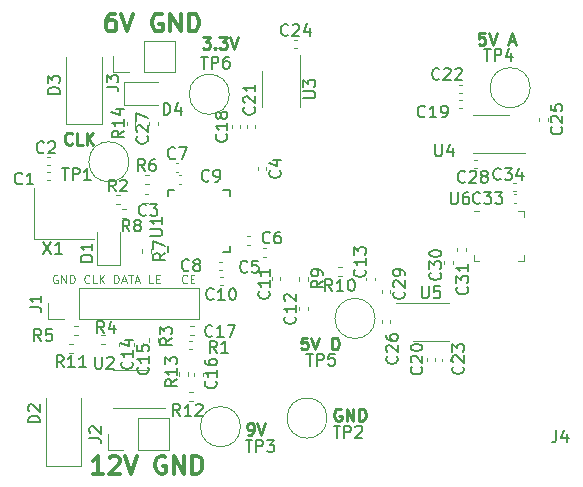
<source format=gbr>
%TF.GenerationSoftware,KiCad,Pcbnew,(5.1.8)-1*%
%TF.CreationDate,2021-01-15T01:55:51+01:00*%
%TF.ProjectId,Microwave_LO_Generator,4d696372-6f77-4617-9665-5f4c4f5f4765,rev?*%
%TF.SameCoordinates,Original*%
%TF.FileFunction,Legend,Top*%
%TF.FilePolarity,Positive*%
%FSLAX46Y46*%
G04 Gerber Fmt 4.6, Leading zero omitted, Abs format (unit mm)*
G04 Created by KiCad (PCBNEW (5.1.8)-1) date 2021-01-15 01:55:51*
%MOMM*%
%LPD*%
G01*
G04 APERTURE LIST*
%ADD10C,0.250000*%
%ADD11C,0.300000*%
%ADD12C,0.125000*%
%ADD13C,0.120000*%
%ADD14C,0.150000*%
G04 APERTURE END LIST*
D10*
X120384995Y-114892600D02*
X120289757Y-114844980D01*
X120146900Y-114844980D01*
X120004042Y-114892600D01*
X119908804Y-114987838D01*
X119861185Y-115083076D01*
X119813566Y-115273552D01*
X119813566Y-115416409D01*
X119861185Y-115606885D01*
X119908804Y-115702123D01*
X120004042Y-115797361D01*
X120146900Y-115844980D01*
X120242138Y-115844980D01*
X120384995Y-115797361D01*
X120432614Y-115749742D01*
X120432614Y-115416409D01*
X120242138Y-115416409D01*
X120861185Y-115844980D02*
X120861185Y-114844980D01*
X121432614Y-115844980D01*
X121432614Y-114844980D01*
X121908804Y-115844980D02*
X121908804Y-114844980D01*
X122146900Y-114844980D01*
X122289757Y-114892600D01*
X122384995Y-114987838D01*
X122432614Y-115083076D01*
X122480233Y-115273552D01*
X122480233Y-115416409D01*
X122432614Y-115606885D01*
X122384995Y-115702123D01*
X122289757Y-115797361D01*
X122146900Y-115844980D01*
X121908804Y-115844980D01*
X97621221Y-92374842D02*
X97573602Y-92422461D01*
X97430745Y-92470080D01*
X97335507Y-92470080D01*
X97192650Y-92422461D01*
X97097412Y-92327223D01*
X97049793Y-92231985D01*
X97002174Y-92041509D01*
X97002174Y-91898652D01*
X97049793Y-91708176D01*
X97097412Y-91612938D01*
X97192650Y-91517700D01*
X97335507Y-91470080D01*
X97430745Y-91470080D01*
X97573602Y-91517700D01*
X97621221Y-91565319D01*
X98525983Y-92470080D02*
X98049793Y-92470080D01*
X98049793Y-91470080D01*
X98859317Y-92470080D02*
X98859317Y-91470080D01*
X99430745Y-92470080D02*
X99002174Y-91898652D01*
X99430745Y-91470080D02*
X98859317Y-92041509D01*
X132554800Y-83018780D02*
X132078609Y-83018780D01*
X132030990Y-83494971D01*
X132078609Y-83447352D01*
X132173847Y-83399733D01*
X132411942Y-83399733D01*
X132507180Y-83447352D01*
X132554800Y-83494971D01*
X132602419Y-83590209D01*
X132602419Y-83828304D01*
X132554800Y-83923542D01*
X132507180Y-83971161D01*
X132411942Y-84018780D01*
X132173847Y-84018780D01*
X132078609Y-83971161D01*
X132030990Y-83923542D01*
X132888133Y-83018780D02*
X133221466Y-84018780D01*
X133554800Y-83018780D01*
X134602419Y-83733066D02*
X135078609Y-83733066D01*
X134507180Y-84018780D02*
X134840514Y-83018780D01*
X135173847Y-84018780D01*
X108672509Y-83374380D02*
X109291557Y-83374380D01*
X108958223Y-83755333D01*
X109101080Y-83755333D01*
X109196319Y-83802952D01*
X109243938Y-83850571D01*
X109291557Y-83945809D01*
X109291557Y-84183904D01*
X109243938Y-84279142D01*
X109196319Y-84326761D01*
X109101080Y-84374380D01*
X108815366Y-84374380D01*
X108720128Y-84326761D01*
X108672509Y-84279142D01*
X109720128Y-84279142D02*
X109767747Y-84326761D01*
X109720128Y-84374380D01*
X109672509Y-84326761D01*
X109720128Y-84279142D01*
X109720128Y-84374380D01*
X110101080Y-83374380D02*
X110720128Y-83374380D01*
X110386795Y-83755333D01*
X110529652Y-83755333D01*
X110624890Y-83802952D01*
X110672509Y-83850571D01*
X110720128Y-83945809D01*
X110720128Y-84183904D01*
X110672509Y-84279142D01*
X110624890Y-84326761D01*
X110529652Y-84374380D01*
X110243938Y-84374380D01*
X110148700Y-84326761D01*
X110101080Y-84279142D01*
X111005842Y-83374380D02*
X111339176Y-84374380D01*
X111672509Y-83374380D01*
X117535471Y-108825180D02*
X117059280Y-108825180D01*
X117011661Y-109301371D01*
X117059280Y-109253752D01*
X117154519Y-109206133D01*
X117392614Y-109206133D01*
X117487852Y-109253752D01*
X117535471Y-109301371D01*
X117583090Y-109396609D01*
X117583090Y-109634704D01*
X117535471Y-109729942D01*
X117487852Y-109777561D01*
X117392614Y-109825180D01*
X117154519Y-109825180D01*
X117059280Y-109777561D01*
X117011661Y-109729942D01*
X117868804Y-108825180D02*
X118202138Y-109825180D01*
X118535471Y-108825180D01*
X119630709Y-109825180D02*
X119630709Y-108825180D01*
X119868804Y-108825180D01*
X120011661Y-108872800D01*
X120106900Y-108968038D01*
X120154519Y-109063276D01*
X120202138Y-109253752D01*
X120202138Y-109396609D01*
X120154519Y-109587085D01*
X120106900Y-109682323D01*
X120011661Y-109777561D01*
X119868804Y-109825180D01*
X119630709Y-109825180D01*
X112547852Y-117049660D02*
X112738328Y-117049660D01*
X112833566Y-117002041D01*
X112881185Y-116954422D01*
X112976423Y-116811565D01*
X113024042Y-116621089D01*
X113024042Y-116240137D01*
X112976423Y-116144899D01*
X112928804Y-116097280D01*
X112833566Y-116049660D01*
X112643090Y-116049660D01*
X112547852Y-116097280D01*
X112500233Y-116144899D01*
X112452614Y-116240137D01*
X112452614Y-116478232D01*
X112500233Y-116573470D01*
X112547852Y-116621089D01*
X112643090Y-116668708D01*
X112833566Y-116668708D01*
X112928804Y-116621089D01*
X112976423Y-116573470D01*
X113024042Y-116478232D01*
X113309757Y-116049660D02*
X113643090Y-117049660D01*
X113976423Y-116049660D01*
D11*
X101230514Y-81390171D02*
X100944800Y-81390171D01*
X100801942Y-81461600D01*
X100730514Y-81533028D01*
X100587657Y-81747314D01*
X100516228Y-82033028D01*
X100516228Y-82604457D01*
X100587657Y-82747314D01*
X100659085Y-82818742D01*
X100801942Y-82890171D01*
X101087657Y-82890171D01*
X101230514Y-82818742D01*
X101301942Y-82747314D01*
X101373371Y-82604457D01*
X101373371Y-82247314D01*
X101301942Y-82104457D01*
X101230514Y-82033028D01*
X101087657Y-81961600D01*
X100801942Y-81961600D01*
X100659085Y-82033028D01*
X100587657Y-82104457D01*
X100516228Y-82247314D01*
X101801942Y-81390171D02*
X102301942Y-82890171D01*
X102801942Y-81390171D01*
X105230514Y-81461600D02*
X105087657Y-81390171D01*
X104873371Y-81390171D01*
X104659085Y-81461600D01*
X104516228Y-81604457D01*
X104444800Y-81747314D01*
X104373371Y-82033028D01*
X104373371Y-82247314D01*
X104444800Y-82533028D01*
X104516228Y-82675885D01*
X104659085Y-82818742D01*
X104873371Y-82890171D01*
X105016228Y-82890171D01*
X105230514Y-82818742D01*
X105301942Y-82747314D01*
X105301942Y-82247314D01*
X105016228Y-82247314D01*
X105944800Y-82890171D02*
X105944800Y-81390171D01*
X106801942Y-82890171D01*
X106801942Y-81390171D01*
X107516228Y-82890171D02*
X107516228Y-81390171D01*
X107873371Y-81390171D01*
X108087657Y-81461600D01*
X108230514Y-81604457D01*
X108301942Y-81747314D01*
X108373371Y-82033028D01*
X108373371Y-82247314D01*
X108301942Y-82533028D01*
X108230514Y-82675885D01*
X108087657Y-82818742D01*
X107873371Y-82890171D01*
X107516228Y-82890171D01*
D12*
X96381000Y-103559000D02*
X96314333Y-103525666D01*
X96214333Y-103525666D01*
X96114333Y-103559000D01*
X96047666Y-103625666D01*
X96014333Y-103692333D01*
X95981000Y-103825666D01*
X95981000Y-103925666D01*
X96014333Y-104059000D01*
X96047666Y-104125666D01*
X96114333Y-104192333D01*
X96214333Y-104225666D01*
X96281000Y-104225666D01*
X96381000Y-104192333D01*
X96414333Y-104159000D01*
X96414333Y-103925666D01*
X96281000Y-103925666D01*
X96714333Y-104225666D02*
X96714333Y-103525666D01*
X97114333Y-104225666D01*
X97114333Y-103525666D01*
X97447666Y-104225666D02*
X97447666Y-103525666D01*
X97614333Y-103525666D01*
X97714333Y-103559000D01*
X97781000Y-103625666D01*
X97814333Y-103692333D01*
X97847666Y-103825666D01*
X97847666Y-103925666D01*
X97814333Y-104059000D01*
X97781000Y-104125666D01*
X97714333Y-104192333D01*
X97614333Y-104225666D01*
X97447666Y-104225666D01*
X99081000Y-104159000D02*
X99047666Y-104192333D01*
X98947666Y-104225666D01*
X98881000Y-104225666D01*
X98781000Y-104192333D01*
X98714333Y-104125666D01*
X98681000Y-104059000D01*
X98647666Y-103925666D01*
X98647666Y-103825666D01*
X98681000Y-103692333D01*
X98714333Y-103625666D01*
X98781000Y-103559000D01*
X98881000Y-103525666D01*
X98947666Y-103525666D01*
X99047666Y-103559000D01*
X99081000Y-103592333D01*
X99714333Y-104225666D02*
X99381000Y-104225666D01*
X99381000Y-103525666D01*
X99947666Y-104225666D02*
X99947666Y-103525666D01*
X100347666Y-104225666D02*
X100047666Y-103825666D01*
X100347666Y-103525666D02*
X99947666Y-103925666D01*
X101181000Y-104225666D02*
X101181000Y-103525666D01*
X101347666Y-103525666D01*
X101447666Y-103559000D01*
X101514333Y-103625666D01*
X101547666Y-103692333D01*
X101581000Y-103825666D01*
X101581000Y-103925666D01*
X101547666Y-104059000D01*
X101514333Y-104125666D01*
X101447666Y-104192333D01*
X101347666Y-104225666D01*
X101181000Y-104225666D01*
X101847666Y-104025666D02*
X102181000Y-104025666D01*
X101781000Y-104225666D02*
X102014333Y-103525666D01*
X102247666Y-104225666D01*
X102381000Y-103525666D02*
X102781000Y-103525666D01*
X102581000Y-104225666D02*
X102581000Y-103525666D01*
X102981000Y-104025666D02*
X103314333Y-104025666D01*
X102914333Y-104225666D02*
X103147666Y-103525666D01*
X103381000Y-104225666D01*
X104481000Y-104225666D02*
X104147666Y-104225666D01*
X104147666Y-103525666D01*
X104714333Y-103859000D02*
X104947666Y-103859000D01*
X105047666Y-104225666D02*
X104714333Y-104225666D01*
X104714333Y-103525666D01*
X105047666Y-103525666D01*
X107347666Y-104159000D02*
X107314333Y-104192333D01*
X107214333Y-104225666D01*
X107147666Y-104225666D01*
X107047666Y-104192333D01*
X106981000Y-104125666D01*
X106947666Y-104059000D01*
X106914333Y-103925666D01*
X106914333Y-103825666D01*
X106947666Y-103692333D01*
X106981000Y-103625666D01*
X107047666Y-103559000D01*
X107147666Y-103525666D01*
X107214333Y-103525666D01*
X107314333Y-103559000D01*
X107347666Y-103592333D01*
X107647666Y-103859000D02*
X107881000Y-103859000D01*
X107981000Y-104225666D02*
X107647666Y-104225666D01*
X107647666Y-103525666D01*
X107981000Y-103525666D01*
D11*
X100227285Y-120335571D02*
X99370142Y-120335571D01*
X99798714Y-120335571D02*
X99798714Y-118835571D01*
X99655857Y-119049857D01*
X99513000Y-119192714D01*
X99370142Y-119264142D01*
X100798714Y-118978428D02*
X100870142Y-118907000D01*
X101013000Y-118835571D01*
X101370142Y-118835571D01*
X101513000Y-118907000D01*
X101584428Y-118978428D01*
X101655857Y-119121285D01*
X101655857Y-119264142D01*
X101584428Y-119478428D01*
X100727285Y-120335571D01*
X101655857Y-120335571D01*
X102084428Y-118835571D02*
X102584428Y-120335571D01*
X103084428Y-118835571D01*
X105513000Y-118907000D02*
X105370142Y-118835571D01*
X105155857Y-118835571D01*
X104941571Y-118907000D01*
X104798714Y-119049857D01*
X104727285Y-119192714D01*
X104655857Y-119478428D01*
X104655857Y-119692714D01*
X104727285Y-119978428D01*
X104798714Y-120121285D01*
X104941571Y-120264142D01*
X105155857Y-120335571D01*
X105298714Y-120335571D01*
X105513000Y-120264142D01*
X105584428Y-120192714D01*
X105584428Y-119692714D01*
X105298714Y-119692714D01*
X106227285Y-120335571D02*
X106227285Y-118835571D01*
X107084428Y-120335571D01*
X107084428Y-118835571D01*
X107798714Y-120335571D02*
X107798714Y-118835571D01*
X108155857Y-118835571D01*
X108370142Y-118907000D01*
X108513000Y-119049857D01*
X108584428Y-119192714D01*
X108655857Y-119478428D01*
X108655857Y-119692714D01*
X108584428Y-119978428D01*
X108513000Y-120121285D01*
X108370142Y-120264142D01*
X108155857Y-120335571D01*
X107798714Y-120335571D01*
D13*
%TO.C,R5*%
X98084621Y-107825000D02*
X97749379Y-107825000D01*
X98084621Y-108585000D02*
X97749379Y-108585000D01*
%TO.C,R4*%
X100067379Y-109335000D02*
X100402621Y-109335000D01*
X100067379Y-108575000D02*
X100402621Y-108575000D01*
%TO.C,R3*%
X104141000Y-108821379D02*
X104141000Y-109156621D01*
X104901000Y-108821379D02*
X104901000Y-109156621D01*
%TO.C,R1*%
X107902621Y-107825000D02*
X107567379Y-107825000D01*
X107902621Y-108585000D02*
X107567379Y-108585000D01*
%TO.C,J3*%
X101108200Y-86335600D02*
X101108200Y-85005600D01*
X102438200Y-86335600D02*
X101108200Y-86335600D01*
X103708200Y-86335600D02*
X103708200Y-83675600D01*
X103708200Y-83675600D02*
X106308200Y-83675600D01*
X103708200Y-86335600D02*
X106308200Y-86335600D01*
X106308200Y-86335600D02*
X106308200Y-83675600D01*
%TO.C,J2*%
X100630000Y-118325000D02*
X100630000Y-116995000D01*
X101960000Y-118325000D02*
X100630000Y-118325000D01*
X103230000Y-118325000D02*
X103230000Y-115665000D01*
X103230000Y-115665000D02*
X105830000Y-115665000D01*
X103230000Y-118325000D02*
X105830000Y-118325000D01*
X105830000Y-118325000D02*
X105830000Y-115665000D01*
%TO.C,J1*%
X95575000Y-107260000D02*
X95575000Y-105930000D01*
X96905000Y-107260000D02*
X95575000Y-107260000D01*
X98175000Y-107260000D02*
X98175000Y-104600000D01*
X98175000Y-104600000D02*
X108395000Y-104600000D01*
X98175000Y-107260000D02*
X108395000Y-107260000D01*
X108395000Y-107260000D02*
X108395000Y-104600000D01*
%TO.C,U2*%
X102595000Y-111575000D02*
X101095000Y-111575000D01*
X102595000Y-111575000D02*
X104095000Y-111575000D01*
X102595000Y-114795000D02*
X101095000Y-114795000D01*
X102595000Y-114795000D02*
X105470000Y-114795000D01*
%TO.C,R13*%
X107420000Y-112082621D02*
X107420000Y-111747379D01*
X106660000Y-112082621D02*
X106660000Y-111747379D01*
%TO.C,R12*%
X107842621Y-113440000D02*
X107507379Y-113440000D01*
X107842621Y-114200000D02*
X107507379Y-114200000D01*
%TO.C,D2*%
X98380000Y-119660000D02*
X98380000Y-113960000D01*
X95380000Y-119660000D02*
X98380000Y-119660000D01*
X95380000Y-113960000D02*
X95380000Y-119660000D01*
%TO.C,C17*%
X107559165Y-109815000D02*
X107790835Y-109815000D01*
X107559165Y-109095000D02*
X107790835Y-109095000D01*
%TO.C,C14*%
X101600000Y-109259165D02*
X101600000Y-109490835D01*
X102320000Y-109259165D02*
X102320000Y-109490835D01*
%TO.C,C16*%
X108670000Y-112030835D02*
X108670000Y-111799165D01*
X107950000Y-112030835D02*
X107950000Y-111799165D01*
%TO.C,C15*%
X102870000Y-109259165D02*
X102870000Y-109490835D01*
X103590000Y-109259165D02*
X103590000Y-109490835D01*
%TO.C,U5*%
X127995000Y-105860000D02*
X125070000Y-105860000D01*
X127995000Y-105860000D02*
X129495000Y-105860000D01*
X127995000Y-109080000D02*
X126495000Y-109080000D01*
X127995000Y-109080000D02*
X129495000Y-109080000D01*
%TO.C,U4*%
X133075000Y-93205000D02*
X136000000Y-93205000D01*
X133075000Y-93205000D02*
X131575000Y-93205000D01*
X133075000Y-89985000D02*
X134575000Y-89985000D01*
X133075000Y-89985000D02*
X131575000Y-89985000D01*
%TO.C,U3*%
X116905000Y-87785000D02*
X116905000Y-84860000D01*
X116905000Y-87785000D02*
X116905000Y-89285000D01*
X113685000Y-87785000D02*
X113685000Y-86285000D01*
X113685000Y-87785000D02*
X113685000Y-89285000D01*
%TO.C,C29*%
X123825000Y-104814165D02*
X123825000Y-105045835D01*
X124545000Y-104814165D02*
X124545000Y-105045835D01*
%TO.C,C28*%
X131689165Y-94495000D02*
X131920835Y-94495000D01*
X131689165Y-93775000D02*
X131920835Y-93775000D01*
%TO.C,C26*%
X124545000Y-107585835D02*
X124545000Y-107354165D01*
X123825000Y-107585835D02*
X123825000Y-107354165D01*
%TO.C,C25*%
X137160000Y-90209165D02*
X137160000Y-90440835D01*
X137880000Y-90209165D02*
X137880000Y-90440835D01*
%TO.C,C24*%
X116449165Y-84335000D02*
X116680835Y-84335000D01*
X116449165Y-83615000D02*
X116680835Y-83615000D01*
%TO.C,C23*%
X129625000Y-110828335D02*
X129625000Y-110596665D01*
X128905000Y-110828335D02*
X128905000Y-110596665D01*
%TO.C,C22*%
X130650835Y-87425000D02*
X130419165Y-87425000D01*
X130650835Y-88145000D02*
X130419165Y-88145000D01*
%TO.C,C20*%
X128355000Y-110760835D02*
X128355000Y-110529165D01*
X127635000Y-110760835D02*
X127635000Y-110529165D01*
%TO.C,C19*%
X130650835Y-88695000D02*
X130419165Y-88695000D01*
X130650835Y-89415000D02*
X130419165Y-89415000D01*
%TO.C,D4*%
X102030000Y-89110000D02*
X104890000Y-89110000D01*
X102030000Y-87190000D02*
X102030000Y-89110000D01*
X104890000Y-87190000D02*
X102030000Y-87190000D01*
%TO.C,R14*%
X104905000Y-90857621D02*
X104905000Y-90522379D01*
X104145000Y-90857621D02*
X104145000Y-90522379D01*
%TO.C,C6*%
X112650835Y-100255000D02*
X112419165Y-100255000D01*
X112650835Y-100975000D02*
X112419165Y-100975000D01*
%TO.C,R11*%
X97707621Y-109325000D02*
X97372379Y-109325000D01*
X97707621Y-110085000D02*
X97372379Y-110085000D01*
%TO.C,C34*%
X134969165Y-96410000D02*
X135200835Y-96410000D01*
X134969165Y-95690000D02*
X135200835Y-95690000D01*
%TO.C,C33*%
X134999165Y-97410000D02*
X135230835Y-97410000D01*
X134999165Y-96690000D02*
X135230835Y-96690000D01*
%TO.C,C30*%
X129125000Y-102334165D02*
X129125000Y-102565835D01*
X129845000Y-102334165D02*
X129845000Y-102565835D01*
%TO.C,C31*%
X130225000Y-101234165D02*
X130225000Y-101465835D01*
X130945000Y-101234165D02*
X130945000Y-101465835D01*
%TO.C,X1*%
X94355000Y-100435000D02*
X99455000Y-100435000D01*
X94355000Y-96185000D02*
X94355000Y-100435000D01*
%TO.C,R10*%
X120451692Y-102873785D02*
X120116450Y-102873785D01*
X120451692Y-103633785D02*
X120116450Y-103633785D01*
%TO.C,R9*%
X116845000Y-103663196D02*
X116845000Y-103998438D01*
X117605000Y-103663196D02*
X117605000Y-103998438D01*
%TO.C,R8*%
X101817379Y-98690000D02*
X102152621Y-98690000D01*
X101817379Y-97930000D02*
X102152621Y-97930000D01*
%TO.C,R7*%
X103510000Y-101317379D02*
X103510000Y-101652621D01*
X104270000Y-101317379D02*
X104270000Y-101652621D01*
%TO.C,R6*%
X103819979Y-95823960D02*
X104155221Y-95823960D01*
X103819979Y-95063960D02*
X104155221Y-95063960D01*
%TO.C,R2*%
X101305379Y-97541000D02*
X101640621Y-97541000D01*
X101305379Y-96781000D02*
X101640621Y-96781000D01*
%TO.C,C27*%
X102260000Y-90574165D02*
X102260000Y-90805835D01*
X102980000Y-90574165D02*
X102980000Y-90805835D01*
%TO.C,C21*%
X113115000Y-91075835D02*
X113115000Y-90844165D01*
X112395000Y-91075835D02*
X112395000Y-90844165D01*
%TO.C,C18*%
X111845000Y-91075835D02*
X111845000Y-90844165D01*
X111125000Y-91075835D02*
X111125000Y-90844165D01*
%TO.C,C13*%
X123259337Y-103973566D02*
X123259337Y-103741896D01*
X122539337Y-103973566D02*
X122539337Y-103741896D01*
%TO.C,C12*%
X117585000Y-106486652D02*
X117585000Y-106254982D01*
X116865000Y-106486652D02*
X116865000Y-106254982D01*
%TO.C,C11*%
X115254168Y-103946652D02*
X115254168Y-103714982D01*
X114534168Y-103946652D02*
X114534168Y-103714982D01*
%TO.C,C10*%
X110355835Y-103665000D02*
X110124165Y-103665000D01*
X110355835Y-104385000D02*
X110124165Y-104385000D01*
%TO.C,C9*%
X106634345Y-95775500D02*
X106866015Y-95775500D01*
X106634345Y-95055500D02*
X106866015Y-95055500D01*
%TO.C,C8*%
X110288335Y-102395000D02*
X110056665Y-102395000D01*
X110288335Y-103115000D02*
X110056665Y-103115000D01*
%TO.C,C7*%
X106398125Y-94772200D02*
X106629795Y-94772200D01*
X106398125Y-94052200D02*
X106629795Y-94052200D01*
%TO.C,C5*%
X114050835Y-101255000D02*
X113819165Y-101255000D01*
X114050835Y-101975000D02*
X113819165Y-101975000D01*
%TO.C,C4*%
X113335226Y-94384165D02*
X113335226Y-94615835D01*
X114055226Y-94384165D02*
X114055226Y-94615835D01*
%TO.C,C3*%
X104005835Y-96680000D02*
X103774165Y-96680000D01*
X104005835Y-97400000D02*
X103774165Y-97400000D01*
%TO.C,C2*%
X95750835Y-93505000D02*
X95519165Y-93505000D01*
X95750835Y-94225000D02*
X95519165Y-94225000D01*
%TO.C,C1*%
X95750835Y-94775000D02*
X95519165Y-94775000D01*
X95750835Y-95495000D02*
X95519165Y-95495000D01*
%TO.C,TP1*%
X102436400Y-93935200D02*
G75*
G03*
X102436400Y-93935200I-1700000J0D01*
G01*
%TO.C,TP3*%
X111880120Y-116363400D02*
G75*
G03*
X111880120Y-116363400I-1700000J0D01*
G01*
%TO.C,TP4*%
X136410000Y-87665000D02*
G75*
G03*
X136410000Y-87665000I-1700000J0D01*
G01*
%TO.C,TP5*%
X123274560Y-107199080D02*
G75*
G03*
X123274560Y-107199080I-1700000J0D01*
G01*
%TO.C,TP6*%
X110935000Y-88215000D02*
G75*
G03*
X110935000Y-88215000I-1700000J0D01*
G01*
D14*
%TO.C,U1*%
X105710000Y-96320000D02*
X105710000Y-96845000D01*
X110960000Y-96320000D02*
X110960000Y-96845000D01*
X110960000Y-101570000D02*
X110960000Y-101045000D01*
X105710000Y-101570000D02*
X105710000Y-101045000D01*
X110960000Y-96320000D02*
X110435000Y-96320000D01*
X110960000Y-101570000D02*
X110435000Y-101570000D01*
X105710000Y-96320000D02*
X106235000Y-96320000D01*
D13*
%TO.C,D3*%
X100115500Y-90744000D02*
X100115500Y-85044000D01*
X97115500Y-90744000D02*
X100115500Y-90744000D01*
X97115500Y-85044000D02*
X97115500Y-90744000D01*
%TO.C,D1*%
X101675000Y-102710000D02*
X101675000Y-99850000D01*
X99755000Y-102710000D02*
X101675000Y-102710000D01*
X99755000Y-99850000D02*
X99755000Y-102710000D01*
%TO.C,U6*%
X135370000Y-98105000D02*
X135845000Y-98105000D01*
X135845000Y-98105000D02*
X135845000Y-98580000D01*
X132100000Y-102325000D02*
X131625000Y-102325000D01*
X131625000Y-102325000D02*
X131625000Y-101850000D01*
X135370000Y-102325000D02*
X135845000Y-102325000D01*
X135845000Y-102325000D02*
X135845000Y-101850000D01*
X132100000Y-98105000D02*
X131625000Y-98105000D01*
%TO.C,TP2*%
X119210000Y-115630001D02*
G75*
G03*
X119210000Y-115630001I-1700000J0D01*
G01*
%TO.C,J4*%
D14*
X138626665Y-116667381D02*
X138626665Y-117381667D01*
X138579046Y-117524524D01*
X138483808Y-117619762D01*
X138340951Y-117667381D01*
X138245713Y-117667381D01*
X139531427Y-117000715D02*
X139531427Y-117667381D01*
X139293332Y-116619762D02*
X139055237Y-117334048D01*
X139674284Y-117334048D01*
%TO.C,R5*%
X94998333Y-109102380D02*
X94665000Y-108626190D01*
X94426904Y-109102380D02*
X94426904Y-108102380D01*
X94807857Y-108102380D01*
X94903095Y-108150000D01*
X94950714Y-108197619D01*
X94998333Y-108292857D01*
X94998333Y-108435714D01*
X94950714Y-108530952D01*
X94903095Y-108578571D01*
X94807857Y-108626190D01*
X94426904Y-108626190D01*
X95903095Y-108102380D02*
X95426904Y-108102380D01*
X95379285Y-108578571D01*
X95426904Y-108530952D01*
X95522142Y-108483333D01*
X95760238Y-108483333D01*
X95855476Y-108530952D01*
X95903095Y-108578571D01*
X95950714Y-108673809D01*
X95950714Y-108911904D01*
X95903095Y-109007142D01*
X95855476Y-109054761D01*
X95760238Y-109102380D01*
X95522142Y-109102380D01*
X95426904Y-109054761D01*
X95379285Y-109007142D01*
%TO.C,R4*%
X100338333Y-108422380D02*
X100005000Y-107946190D01*
X99766904Y-108422380D02*
X99766904Y-107422380D01*
X100147857Y-107422380D01*
X100243095Y-107470000D01*
X100290714Y-107517619D01*
X100338333Y-107612857D01*
X100338333Y-107755714D01*
X100290714Y-107850952D01*
X100243095Y-107898571D01*
X100147857Y-107946190D01*
X99766904Y-107946190D01*
X101195476Y-107755714D02*
X101195476Y-108422380D01*
X100957380Y-107374761D02*
X100719285Y-108089047D01*
X101338333Y-108089047D01*
%TO.C,R3*%
X106057380Y-108876666D02*
X105581190Y-109210000D01*
X106057380Y-109448095D02*
X105057380Y-109448095D01*
X105057380Y-109067142D01*
X105105000Y-108971904D01*
X105152619Y-108924285D01*
X105247857Y-108876666D01*
X105390714Y-108876666D01*
X105485952Y-108924285D01*
X105533571Y-108971904D01*
X105581190Y-109067142D01*
X105581190Y-109448095D01*
X105057380Y-108543333D02*
X105057380Y-107924285D01*
X105438333Y-108257619D01*
X105438333Y-108114761D01*
X105485952Y-108019523D01*
X105533571Y-107971904D01*
X105628809Y-107924285D01*
X105866904Y-107924285D01*
X105962142Y-107971904D01*
X106009761Y-108019523D01*
X106057380Y-108114761D01*
X106057380Y-108400476D01*
X106009761Y-108495714D01*
X105962142Y-108543333D01*
%TO.C,R1*%
X109868333Y-110112380D02*
X109535000Y-109636190D01*
X109296904Y-110112380D02*
X109296904Y-109112380D01*
X109677857Y-109112380D01*
X109773095Y-109160000D01*
X109820714Y-109207619D01*
X109868333Y-109302857D01*
X109868333Y-109445714D01*
X109820714Y-109540952D01*
X109773095Y-109588571D01*
X109677857Y-109636190D01*
X109296904Y-109636190D01*
X110820714Y-110112380D02*
X110249285Y-110112380D01*
X110535000Y-110112380D02*
X110535000Y-109112380D01*
X110439761Y-109255238D01*
X110344523Y-109350476D01*
X110249285Y-109398095D01*
%TO.C,J3*%
X100537380Y-87593333D02*
X101251666Y-87593333D01*
X101394523Y-87640952D01*
X101489761Y-87736190D01*
X101537380Y-87879047D01*
X101537380Y-87974285D01*
X100537380Y-87212380D02*
X100537380Y-86593333D01*
X100918333Y-86926666D01*
X100918333Y-86783809D01*
X100965952Y-86688571D01*
X101013571Y-86640952D01*
X101108809Y-86593333D01*
X101346904Y-86593333D01*
X101442142Y-86640952D01*
X101489761Y-86688571D01*
X101537380Y-86783809D01*
X101537380Y-87069523D01*
X101489761Y-87164761D01*
X101442142Y-87212380D01*
%TO.C,J2*%
X99082380Y-117328333D02*
X99796666Y-117328333D01*
X99939523Y-117375952D01*
X100034761Y-117471190D01*
X100082380Y-117614047D01*
X100082380Y-117709285D01*
X99177619Y-116899761D02*
X99130000Y-116852142D01*
X99082380Y-116756904D01*
X99082380Y-116518809D01*
X99130000Y-116423571D01*
X99177619Y-116375952D01*
X99272857Y-116328333D01*
X99368095Y-116328333D01*
X99510952Y-116375952D01*
X100082380Y-116947380D01*
X100082380Y-116328333D01*
%TO.C,J1*%
X94027380Y-106263333D02*
X94741666Y-106263333D01*
X94884523Y-106310952D01*
X94979761Y-106406190D01*
X95027380Y-106549047D01*
X95027380Y-106644285D01*
X95027380Y-105263333D02*
X95027380Y-105834761D01*
X95027380Y-105549047D02*
X94027380Y-105549047D01*
X94170238Y-105644285D01*
X94265476Y-105739523D01*
X94313095Y-105834761D01*
%TO.C,U2*%
X99573095Y-110452380D02*
X99573095Y-111261904D01*
X99620714Y-111357142D01*
X99668333Y-111404761D01*
X99763571Y-111452380D01*
X99954047Y-111452380D01*
X100049285Y-111404761D01*
X100096904Y-111357142D01*
X100144523Y-111261904D01*
X100144523Y-110452380D01*
X100573095Y-110547619D02*
X100620714Y-110500000D01*
X100715952Y-110452380D01*
X100954047Y-110452380D01*
X101049285Y-110500000D01*
X101096904Y-110547619D01*
X101144523Y-110642857D01*
X101144523Y-110738095D01*
X101096904Y-110880952D01*
X100525476Y-111452380D01*
X101144523Y-111452380D01*
%TO.C,R13*%
X106507380Y-112362857D02*
X106031190Y-112696190D01*
X106507380Y-112934285D02*
X105507380Y-112934285D01*
X105507380Y-112553333D01*
X105555000Y-112458095D01*
X105602619Y-112410476D01*
X105697857Y-112362857D01*
X105840714Y-112362857D01*
X105935952Y-112410476D01*
X105983571Y-112458095D01*
X106031190Y-112553333D01*
X106031190Y-112934285D01*
X106507380Y-111410476D02*
X106507380Y-111981904D01*
X106507380Y-111696190D02*
X105507380Y-111696190D01*
X105650238Y-111791428D01*
X105745476Y-111886666D01*
X105793095Y-111981904D01*
X105507380Y-111077142D02*
X105507380Y-110458095D01*
X105888333Y-110791428D01*
X105888333Y-110648571D01*
X105935952Y-110553333D01*
X105983571Y-110505714D01*
X106078809Y-110458095D01*
X106316904Y-110458095D01*
X106412142Y-110505714D01*
X106459761Y-110553333D01*
X106507380Y-110648571D01*
X106507380Y-110934285D01*
X106459761Y-111029523D01*
X106412142Y-111077142D01*
%TO.C,R12*%
X106762142Y-115452380D02*
X106428809Y-114976190D01*
X106190714Y-115452380D02*
X106190714Y-114452380D01*
X106571666Y-114452380D01*
X106666904Y-114500000D01*
X106714523Y-114547619D01*
X106762142Y-114642857D01*
X106762142Y-114785714D01*
X106714523Y-114880952D01*
X106666904Y-114928571D01*
X106571666Y-114976190D01*
X106190714Y-114976190D01*
X107714523Y-115452380D02*
X107143095Y-115452380D01*
X107428809Y-115452380D02*
X107428809Y-114452380D01*
X107333571Y-114595238D01*
X107238333Y-114690476D01*
X107143095Y-114738095D01*
X108095476Y-114547619D02*
X108143095Y-114500000D01*
X108238333Y-114452380D01*
X108476428Y-114452380D01*
X108571666Y-114500000D01*
X108619285Y-114547619D01*
X108666904Y-114642857D01*
X108666904Y-114738095D01*
X108619285Y-114880952D01*
X108047857Y-115452380D01*
X108666904Y-115452380D01*
%TO.C,D2*%
X94887380Y-116003095D02*
X93887380Y-116003095D01*
X93887380Y-115765000D01*
X93935000Y-115622142D01*
X94030238Y-115526904D01*
X94125476Y-115479285D01*
X94315952Y-115431666D01*
X94458809Y-115431666D01*
X94649285Y-115479285D01*
X94744523Y-115526904D01*
X94839761Y-115622142D01*
X94887380Y-115765000D01*
X94887380Y-116003095D01*
X93982619Y-115050714D02*
X93935000Y-115003095D01*
X93887380Y-114907857D01*
X93887380Y-114669761D01*
X93935000Y-114574523D01*
X93982619Y-114526904D01*
X94077857Y-114479285D01*
X94173095Y-114479285D01*
X94315952Y-114526904D01*
X94887380Y-115098333D01*
X94887380Y-114479285D01*
%TO.C,C17*%
X109502142Y-108652142D02*
X109454523Y-108699761D01*
X109311666Y-108747380D01*
X109216428Y-108747380D01*
X109073571Y-108699761D01*
X108978333Y-108604523D01*
X108930714Y-108509285D01*
X108883095Y-108318809D01*
X108883095Y-108175952D01*
X108930714Y-107985476D01*
X108978333Y-107890238D01*
X109073571Y-107795000D01*
X109216428Y-107747380D01*
X109311666Y-107747380D01*
X109454523Y-107795000D01*
X109502142Y-107842619D01*
X110454523Y-108747380D02*
X109883095Y-108747380D01*
X110168809Y-108747380D02*
X110168809Y-107747380D01*
X110073571Y-107890238D01*
X109978333Y-107985476D01*
X109883095Y-108033095D01*
X110787857Y-107747380D02*
X111454523Y-107747380D01*
X111025952Y-108747380D01*
%TO.C,C14*%
X102662142Y-110852857D02*
X102709761Y-110900476D01*
X102757380Y-111043333D01*
X102757380Y-111138571D01*
X102709761Y-111281428D01*
X102614523Y-111376666D01*
X102519285Y-111424285D01*
X102328809Y-111471904D01*
X102185952Y-111471904D01*
X101995476Y-111424285D01*
X101900238Y-111376666D01*
X101805000Y-111281428D01*
X101757380Y-111138571D01*
X101757380Y-111043333D01*
X101805000Y-110900476D01*
X101852619Y-110852857D01*
X102757380Y-109900476D02*
X102757380Y-110471904D01*
X102757380Y-110186190D02*
X101757380Y-110186190D01*
X101900238Y-110281428D01*
X101995476Y-110376666D01*
X102043095Y-110471904D01*
X102090714Y-109043333D02*
X102757380Y-109043333D01*
X101709761Y-109281428D02*
X102424047Y-109519523D01*
X102424047Y-108900476D01*
%TO.C,C16*%
X109772142Y-112502857D02*
X109819761Y-112550476D01*
X109867380Y-112693333D01*
X109867380Y-112788571D01*
X109819761Y-112931428D01*
X109724523Y-113026666D01*
X109629285Y-113074285D01*
X109438809Y-113121904D01*
X109295952Y-113121904D01*
X109105476Y-113074285D01*
X109010238Y-113026666D01*
X108915000Y-112931428D01*
X108867380Y-112788571D01*
X108867380Y-112693333D01*
X108915000Y-112550476D01*
X108962619Y-112502857D01*
X109867380Y-111550476D02*
X109867380Y-112121904D01*
X109867380Y-111836190D02*
X108867380Y-111836190D01*
X109010238Y-111931428D01*
X109105476Y-112026666D01*
X109153095Y-112121904D01*
X108867380Y-110693333D02*
X108867380Y-110883809D01*
X108915000Y-110979047D01*
X108962619Y-111026666D01*
X109105476Y-111121904D01*
X109295952Y-111169523D01*
X109676904Y-111169523D01*
X109772142Y-111121904D01*
X109819761Y-111074285D01*
X109867380Y-110979047D01*
X109867380Y-110788571D01*
X109819761Y-110693333D01*
X109772142Y-110645714D01*
X109676904Y-110598095D01*
X109438809Y-110598095D01*
X109343571Y-110645714D01*
X109295952Y-110693333D01*
X109248333Y-110788571D01*
X109248333Y-110979047D01*
X109295952Y-111074285D01*
X109343571Y-111121904D01*
X109438809Y-111169523D01*
%TO.C,C15*%
X104042142Y-111312857D02*
X104089761Y-111360476D01*
X104137380Y-111503333D01*
X104137380Y-111598571D01*
X104089761Y-111741428D01*
X103994523Y-111836666D01*
X103899285Y-111884285D01*
X103708809Y-111931904D01*
X103565952Y-111931904D01*
X103375476Y-111884285D01*
X103280238Y-111836666D01*
X103185000Y-111741428D01*
X103137380Y-111598571D01*
X103137380Y-111503333D01*
X103185000Y-111360476D01*
X103232619Y-111312857D01*
X104137380Y-110360476D02*
X104137380Y-110931904D01*
X104137380Y-110646190D02*
X103137380Y-110646190D01*
X103280238Y-110741428D01*
X103375476Y-110836666D01*
X103423095Y-110931904D01*
X103137380Y-109455714D02*
X103137380Y-109931904D01*
X103613571Y-109979523D01*
X103565952Y-109931904D01*
X103518333Y-109836666D01*
X103518333Y-109598571D01*
X103565952Y-109503333D01*
X103613571Y-109455714D01*
X103708809Y-109408095D01*
X103946904Y-109408095D01*
X104042142Y-109455714D01*
X104089761Y-109503333D01*
X104137380Y-109598571D01*
X104137380Y-109836666D01*
X104089761Y-109931904D01*
X104042142Y-109979523D01*
%TO.C,U5*%
X127233095Y-104472380D02*
X127233095Y-105281904D01*
X127280714Y-105377142D01*
X127328333Y-105424761D01*
X127423571Y-105472380D01*
X127614047Y-105472380D01*
X127709285Y-105424761D01*
X127756904Y-105377142D01*
X127804523Y-105281904D01*
X127804523Y-104472380D01*
X128756904Y-104472380D02*
X128280714Y-104472380D01*
X128233095Y-104948571D01*
X128280714Y-104900952D01*
X128375952Y-104853333D01*
X128614047Y-104853333D01*
X128709285Y-104900952D01*
X128756904Y-104948571D01*
X128804523Y-105043809D01*
X128804523Y-105281904D01*
X128756904Y-105377142D01*
X128709285Y-105424761D01*
X128614047Y-105472380D01*
X128375952Y-105472380D01*
X128280714Y-105424761D01*
X128233095Y-105377142D01*
%TO.C,U4*%
X128363095Y-92452380D02*
X128363095Y-93261904D01*
X128410714Y-93357142D01*
X128458333Y-93404761D01*
X128553571Y-93452380D01*
X128744047Y-93452380D01*
X128839285Y-93404761D01*
X128886904Y-93357142D01*
X128934523Y-93261904D01*
X128934523Y-92452380D01*
X129839285Y-92785714D02*
X129839285Y-93452380D01*
X129601190Y-92404761D02*
X129363095Y-93119047D01*
X129982142Y-93119047D01*
%TO.C,U3*%
X117197380Y-88546904D02*
X118006904Y-88546904D01*
X118102142Y-88499285D01*
X118149761Y-88451666D01*
X118197380Y-88356428D01*
X118197380Y-88165952D01*
X118149761Y-88070714D01*
X118102142Y-88023095D01*
X118006904Y-87975476D01*
X117197380Y-87975476D01*
X117197380Y-87594523D02*
X117197380Y-86975476D01*
X117578333Y-87308809D01*
X117578333Y-87165952D01*
X117625952Y-87070714D01*
X117673571Y-87023095D01*
X117768809Y-86975476D01*
X118006904Y-86975476D01*
X118102142Y-87023095D01*
X118149761Y-87070714D01*
X118197380Y-87165952D01*
X118197380Y-87451666D01*
X118149761Y-87546904D01*
X118102142Y-87594523D01*
%TO.C,C29*%
X125702142Y-104932857D02*
X125749761Y-104980476D01*
X125797380Y-105123333D01*
X125797380Y-105218571D01*
X125749761Y-105361428D01*
X125654523Y-105456666D01*
X125559285Y-105504285D01*
X125368809Y-105551904D01*
X125225952Y-105551904D01*
X125035476Y-105504285D01*
X124940238Y-105456666D01*
X124845000Y-105361428D01*
X124797380Y-105218571D01*
X124797380Y-105123333D01*
X124845000Y-104980476D01*
X124892619Y-104932857D01*
X124892619Y-104551904D02*
X124845000Y-104504285D01*
X124797380Y-104409047D01*
X124797380Y-104170952D01*
X124845000Y-104075714D01*
X124892619Y-104028095D01*
X124987857Y-103980476D01*
X125083095Y-103980476D01*
X125225952Y-104028095D01*
X125797380Y-104599523D01*
X125797380Y-103980476D01*
X125797380Y-103504285D02*
X125797380Y-103313809D01*
X125749761Y-103218571D01*
X125702142Y-103170952D01*
X125559285Y-103075714D01*
X125368809Y-103028095D01*
X124987857Y-103028095D01*
X124892619Y-103075714D01*
X124845000Y-103123333D01*
X124797380Y-103218571D01*
X124797380Y-103409047D01*
X124845000Y-103504285D01*
X124892619Y-103551904D01*
X124987857Y-103599523D01*
X125225952Y-103599523D01*
X125321190Y-103551904D01*
X125368809Y-103504285D01*
X125416428Y-103409047D01*
X125416428Y-103218571D01*
X125368809Y-103123333D01*
X125321190Y-103075714D01*
X125225952Y-103028095D01*
%TO.C,C28*%
X130892142Y-95607142D02*
X130844523Y-95654761D01*
X130701666Y-95702380D01*
X130606428Y-95702380D01*
X130463571Y-95654761D01*
X130368333Y-95559523D01*
X130320714Y-95464285D01*
X130273095Y-95273809D01*
X130273095Y-95130952D01*
X130320714Y-94940476D01*
X130368333Y-94845238D01*
X130463571Y-94750000D01*
X130606428Y-94702380D01*
X130701666Y-94702380D01*
X130844523Y-94750000D01*
X130892142Y-94797619D01*
X131273095Y-94797619D02*
X131320714Y-94750000D01*
X131415952Y-94702380D01*
X131654047Y-94702380D01*
X131749285Y-94750000D01*
X131796904Y-94797619D01*
X131844523Y-94892857D01*
X131844523Y-94988095D01*
X131796904Y-95130952D01*
X131225476Y-95702380D01*
X131844523Y-95702380D01*
X132415952Y-95130952D02*
X132320714Y-95083333D01*
X132273095Y-95035714D01*
X132225476Y-94940476D01*
X132225476Y-94892857D01*
X132273095Y-94797619D01*
X132320714Y-94750000D01*
X132415952Y-94702380D01*
X132606428Y-94702380D01*
X132701666Y-94750000D01*
X132749285Y-94797619D01*
X132796904Y-94892857D01*
X132796904Y-94940476D01*
X132749285Y-95035714D01*
X132701666Y-95083333D01*
X132606428Y-95130952D01*
X132415952Y-95130952D01*
X132320714Y-95178571D01*
X132273095Y-95226190D01*
X132225476Y-95321428D01*
X132225476Y-95511904D01*
X132273095Y-95607142D01*
X132320714Y-95654761D01*
X132415952Y-95702380D01*
X132606428Y-95702380D01*
X132701666Y-95654761D01*
X132749285Y-95607142D01*
X132796904Y-95511904D01*
X132796904Y-95321428D01*
X132749285Y-95226190D01*
X132701666Y-95178571D01*
X132606428Y-95130952D01*
%TO.C,C26*%
X125102142Y-110402857D02*
X125149761Y-110450476D01*
X125197380Y-110593333D01*
X125197380Y-110688571D01*
X125149761Y-110831428D01*
X125054523Y-110926666D01*
X124959285Y-110974285D01*
X124768809Y-111021904D01*
X124625952Y-111021904D01*
X124435476Y-110974285D01*
X124340238Y-110926666D01*
X124245000Y-110831428D01*
X124197380Y-110688571D01*
X124197380Y-110593333D01*
X124245000Y-110450476D01*
X124292619Y-110402857D01*
X124292619Y-110021904D02*
X124245000Y-109974285D01*
X124197380Y-109879047D01*
X124197380Y-109640952D01*
X124245000Y-109545714D01*
X124292619Y-109498095D01*
X124387857Y-109450476D01*
X124483095Y-109450476D01*
X124625952Y-109498095D01*
X125197380Y-110069523D01*
X125197380Y-109450476D01*
X124197380Y-108593333D02*
X124197380Y-108783809D01*
X124245000Y-108879047D01*
X124292619Y-108926666D01*
X124435476Y-109021904D01*
X124625952Y-109069523D01*
X125006904Y-109069523D01*
X125102142Y-109021904D01*
X125149761Y-108974285D01*
X125197380Y-108879047D01*
X125197380Y-108688571D01*
X125149761Y-108593333D01*
X125102142Y-108545714D01*
X125006904Y-108498095D01*
X124768809Y-108498095D01*
X124673571Y-108545714D01*
X124625952Y-108593333D01*
X124578333Y-108688571D01*
X124578333Y-108879047D01*
X124625952Y-108974285D01*
X124673571Y-109021904D01*
X124768809Y-109069523D01*
%TO.C,C25*%
X139037142Y-90967857D02*
X139084761Y-91015476D01*
X139132380Y-91158333D01*
X139132380Y-91253571D01*
X139084761Y-91396428D01*
X138989523Y-91491666D01*
X138894285Y-91539285D01*
X138703809Y-91586904D01*
X138560952Y-91586904D01*
X138370476Y-91539285D01*
X138275238Y-91491666D01*
X138180000Y-91396428D01*
X138132380Y-91253571D01*
X138132380Y-91158333D01*
X138180000Y-91015476D01*
X138227619Y-90967857D01*
X138227619Y-90586904D02*
X138180000Y-90539285D01*
X138132380Y-90444047D01*
X138132380Y-90205952D01*
X138180000Y-90110714D01*
X138227619Y-90063095D01*
X138322857Y-90015476D01*
X138418095Y-90015476D01*
X138560952Y-90063095D01*
X139132380Y-90634523D01*
X139132380Y-90015476D01*
X138132380Y-89110714D02*
X138132380Y-89586904D01*
X138608571Y-89634523D01*
X138560952Y-89586904D01*
X138513333Y-89491666D01*
X138513333Y-89253571D01*
X138560952Y-89158333D01*
X138608571Y-89110714D01*
X138703809Y-89063095D01*
X138941904Y-89063095D01*
X139037142Y-89110714D01*
X139084761Y-89158333D01*
X139132380Y-89253571D01*
X139132380Y-89491666D01*
X139084761Y-89586904D01*
X139037142Y-89634523D01*
%TO.C,C24*%
X115922142Y-83172142D02*
X115874523Y-83219761D01*
X115731666Y-83267380D01*
X115636428Y-83267380D01*
X115493571Y-83219761D01*
X115398333Y-83124523D01*
X115350714Y-83029285D01*
X115303095Y-82838809D01*
X115303095Y-82695952D01*
X115350714Y-82505476D01*
X115398333Y-82410238D01*
X115493571Y-82315000D01*
X115636428Y-82267380D01*
X115731666Y-82267380D01*
X115874523Y-82315000D01*
X115922142Y-82362619D01*
X116303095Y-82362619D02*
X116350714Y-82315000D01*
X116445952Y-82267380D01*
X116684047Y-82267380D01*
X116779285Y-82315000D01*
X116826904Y-82362619D01*
X116874523Y-82457857D01*
X116874523Y-82553095D01*
X116826904Y-82695952D01*
X116255476Y-83267380D01*
X116874523Y-83267380D01*
X117731666Y-82600714D02*
X117731666Y-83267380D01*
X117493571Y-82219761D02*
X117255476Y-82934047D01*
X117874523Y-82934047D01*
%TO.C,C23*%
X130712142Y-111282857D02*
X130759761Y-111330476D01*
X130807380Y-111473333D01*
X130807380Y-111568571D01*
X130759761Y-111711428D01*
X130664523Y-111806666D01*
X130569285Y-111854285D01*
X130378809Y-111901904D01*
X130235952Y-111901904D01*
X130045476Y-111854285D01*
X129950238Y-111806666D01*
X129855000Y-111711428D01*
X129807380Y-111568571D01*
X129807380Y-111473333D01*
X129855000Y-111330476D01*
X129902619Y-111282857D01*
X129902619Y-110901904D02*
X129855000Y-110854285D01*
X129807380Y-110759047D01*
X129807380Y-110520952D01*
X129855000Y-110425714D01*
X129902619Y-110378095D01*
X129997857Y-110330476D01*
X130093095Y-110330476D01*
X130235952Y-110378095D01*
X130807380Y-110949523D01*
X130807380Y-110330476D01*
X129807380Y-109997142D02*
X129807380Y-109378095D01*
X130188333Y-109711428D01*
X130188333Y-109568571D01*
X130235952Y-109473333D01*
X130283571Y-109425714D01*
X130378809Y-109378095D01*
X130616904Y-109378095D01*
X130712142Y-109425714D01*
X130759761Y-109473333D01*
X130807380Y-109568571D01*
X130807380Y-109854285D01*
X130759761Y-109949523D01*
X130712142Y-109997142D01*
%TO.C,C22*%
X128717142Y-86897142D02*
X128669523Y-86944761D01*
X128526666Y-86992380D01*
X128431428Y-86992380D01*
X128288571Y-86944761D01*
X128193333Y-86849523D01*
X128145714Y-86754285D01*
X128098095Y-86563809D01*
X128098095Y-86420952D01*
X128145714Y-86230476D01*
X128193333Y-86135238D01*
X128288571Y-86040000D01*
X128431428Y-85992380D01*
X128526666Y-85992380D01*
X128669523Y-86040000D01*
X128717142Y-86087619D01*
X129098095Y-86087619D02*
X129145714Y-86040000D01*
X129240952Y-85992380D01*
X129479047Y-85992380D01*
X129574285Y-86040000D01*
X129621904Y-86087619D01*
X129669523Y-86182857D01*
X129669523Y-86278095D01*
X129621904Y-86420952D01*
X129050476Y-86992380D01*
X129669523Y-86992380D01*
X130050476Y-86087619D02*
X130098095Y-86040000D01*
X130193333Y-85992380D01*
X130431428Y-85992380D01*
X130526666Y-86040000D01*
X130574285Y-86087619D01*
X130621904Y-86182857D01*
X130621904Y-86278095D01*
X130574285Y-86420952D01*
X130002857Y-86992380D01*
X130621904Y-86992380D01*
%TO.C,C20*%
X127192142Y-111287857D02*
X127239761Y-111335476D01*
X127287380Y-111478333D01*
X127287380Y-111573571D01*
X127239761Y-111716428D01*
X127144523Y-111811666D01*
X127049285Y-111859285D01*
X126858809Y-111906904D01*
X126715952Y-111906904D01*
X126525476Y-111859285D01*
X126430238Y-111811666D01*
X126335000Y-111716428D01*
X126287380Y-111573571D01*
X126287380Y-111478333D01*
X126335000Y-111335476D01*
X126382619Y-111287857D01*
X126382619Y-110906904D02*
X126335000Y-110859285D01*
X126287380Y-110764047D01*
X126287380Y-110525952D01*
X126335000Y-110430714D01*
X126382619Y-110383095D01*
X126477857Y-110335476D01*
X126573095Y-110335476D01*
X126715952Y-110383095D01*
X127287380Y-110954523D01*
X127287380Y-110335476D01*
X126287380Y-109716428D02*
X126287380Y-109621190D01*
X126335000Y-109525952D01*
X126382619Y-109478333D01*
X126477857Y-109430714D01*
X126668333Y-109383095D01*
X126906428Y-109383095D01*
X127096904Y-109430714D01*
X127192142Y-109478333D01*
X127239761Y-109525952D01*
X127287380Y-109621190D01*
X127287380Y-109716428D01*
X127239761Y-109811666D01*
X127192142Y-109859285D01*
X127096904Y-109906904D01*
X126906428Y-109954523D01*
X126668333Y-109954523D01*
X126477857Y-109906904D01*
X126382619Y-109859285D01*
X126335000Y-109811666D01*
X126287380Y-109716428D01*
%TO.C,C19*%
X127502142Y-90077142D02*
X127454523Y-90124761D01*
X127311666Y-90172380D01*
X127216428Y-90172380D01*
X127073571Y-90124761D01*
X126978333Y-90029523D01*
X126930714Y-89934285D01*
X126883095Y-89743809D01*
X126883095Y-89600952D01*
X126930714Y-89410476D01*
X126978333Y-89315238D01*
X127073571Y-89220000D01*
X127216428Y-89172380D01*
X127311666Y-89172380D01*
X127454523Y-89220000D01*
X127502142Y-89267619D01*
X128454523Y-90172380D02*
X127883095Y-90172380D01*
X128168809Y-90172380D02*
X128168809Y-89172380D01*
X128073571Y-89315238D01*
X127978333Y-89410476D01*
X127883095Y-89458095D01*
X128930714Y-90172380D02*
X129121190Y-90172380D01*
X129216428Y-90124761D01*
X129264047Y-90077142D01*
X129359285Y-89934285D01*
X129406904Y-89743809D01*
X129406904Y-89362857D01*
X129359285Y-89267619D01*
X129311666Y-89220000D01*
X129216428Y-89172380D01*
X129025952Y-89172380D01*
X128930714Y-89220000D01*
X128883095Y-89267619D01*
X128835476Y-89362857D01*
X128835476Y-89600952D01*
X128883095Y-89696190D01*
X128930714Y-89743809D01*
X129025952Y-89791428D01*
X129216428Y-89791428D01*
X129311666Y-89743809D01*
X129359285Y-89696190D01*
X129406904Y-89600952D01*
%TO.C,D4*%
X105376904Y-89952380D02*
X105376904Y-88952380D01*
X105615000Y-88952380D01*
X105757857Y-89000000D01*
X105853095Y-89095238D01*
X105900714Y-89190476D01*
X105948333Y-89380952D01*
X105948333Y-89523809D01*
X105900714Y-89714285D01*
X105853095Y-89809523D01*
X105757857Y-89904761D01*
X105615000Y-89952380D01*
X105376904Y-89952380D01*
X106805476Y-89285714D02*
X106805476Y-89952380D01*
X106567380Y-88904761D02*
X106329285Y-89619047D01*
X106948333Y-89619047D01*
%TO.C,R14*%
X101997380Y-91302857D02*
X101521190Y-91636190D01*
X101997380Y-91874285D02*
X100997380Y-91874285D01*
X100997380Y-91493333D01*
X101045000Y-91398095D01*
X101092619Y-91350476D01*
X101187857Y-91302857D01*
X101330714Y-91302857D01*
X101425952Y-91350476D01*
X101473571Y-91398095D01*
X101521190Y-91493333D01*
X101521190Y-91874285D01*
X101997380Y-90350476D02*
X101997380Y-90921904D01*
X101997380Y-90636190D02*
X100997380Y-90636190D01*
X101140238Y-90731428D01*
X101235476Y-90826666D01*
X101283095Y-90921904D01*
X101330714Y-89493333D02*
X101997380Y-89493333D01*
X100949761Y-89731428D02*
X101664047Y-89969523D01*
X101664047Y-89350476D01*
%TO.C,C6*%
X114363533Y-100743422D02*
X114315914Y-100791041D01*
X114173057Y-100838660D01*
X114077819Y-100838660D01*
X113934961Y-100791041D01*
X113839723Y-100695803D01*
X113792104Y-100600565D01*
X113744485Y-100410089D01*
X113744485Y-100267232D01*
X113792104Y-100076756D01*
X113839723Y-99981518D01*
X113934961Y-99886280D01*
X114077819Y-99838660D01*
X114173057Y-99838660D01*
X114315914Y-99886280D01*
X114363533Y-99933899D01*
X115220676Y-99838660D02*
X115030200Y-99838660D01*
X114934961Y-99886280D01*
X114887342Y-99933899D01*
X114792104Y-100076756D01*
X114744485Y-100267232D01*
X114744485Y-100648184D01*
X114792104Y-100743422D01*
X114839723Y-100791041D01*
X114934961Y-100838660D01*
X115125438Y-100838660D01*
X115220676Y-100791041D01*
X115268295Y-100743422D01*
X115315914Y-100648184D01*
X115315914Y-100410089D01*
X115268295Y-100314851D01*
X115220676Y-100267232D01*
X115125438Y-100219613D01*
X114934961Y-100219613D01*
X114839723Y-100267232D01*
X114792104Y-100314851D01*
X114744485Y-100410089D01*
%TO.C,R11*%
X96897142Y-111327380D02*
X96563809Y-110851190D01*
X96325714Y-111327380D02*
X96325714Y-110327380D01*
X96706666Y-110327380D01*
X96801904Y-110375000D01*
X96849523Y-110422619D01*
X96897142Y-110517857D01*
X96897142Y-110660714D01*
X96849523Y-110755952D01*
X96801904Y-110803571D01*
X96706666Y-110851190D01*
X96325714Y-110851190D01*
X97849523Y-111327380D02*
X97278095Y-111327380D01*
X97563809Y-111327380D02*
X97563809Y-110327380D01*
X97468571Y-110470238D01*
X97373333Y-110565476D01*
X97278095Y-110613095D01*
X98801904Y-111327380D02*
X98230476Y-111327380D01*
X98516190Y-111327380D02*
X98516190Y-110327380D01*
X98420952Y-110470238D01*
X98325714Y-110565476D01*
X98230476Y-110613095D01*
%TO.C,C34*%
X133907622Y-95368782D02*
X133860003Y-95416401D01*
X133717146Y-95464020D01*
X133621908Y-95464020D01*
X133479051Y-95416401D01*
X133383813Y-95321163D01*
X133336194Y-95225925D01*
X133288575Y-95035449D01*
X133288575Y-94892592D01*
X133336194Y-94702116D01*
X133383813Y-94606878D01*
X133479051Y-94511640D01*
X133621908Y-94464020D01*
X133717146Y-94464020D01*
X133860003Y-94511640D01*
X133907622Y-94559259D01*
X134240956Y-94464020D02*
X134860003Y-94464020D01*
X134526670Y-94844973D01*
X134669527Y-94844973D01*
X134764765Y-94892592D01*
X134812384Y-94940211D01*
X134860003Y-95035449D01*
X134860003Y-95273544D01*
X134812384Y-95368782D01*
X134764765Y-95416401D01*
X134669527Y-95464020D01*
X134383813Y-95464020D01*
X134288575Y-95416401D01*
X134240956Y-95368782D01*
X135717146Y-94797354D02*
X135717146Y-95464020D01*
X135479051Y-94416401D02*
X135240956Y-95130687D01*
X135860003Y-95130687D01*
%TO.C,C33*%
X132155022Y-97390622D02*
X132107403Y-97438241D01*
X131964546Y-97485860D01*
X131869308Y-97485860D01*
X131726451Y-97438241D01*
X131631213Y-97343003D01*
X131583594Y-97247765D01*
X131535975Y-97057289D01*
X131535975Y-96914432D01*
X131583594Y-96723956D01*
X131631213Y-96628718D01*
X131726451Y-96533480D01*
X131869308Y-96485860D01*
X131964546Y-96485860D01*
X132107403Y-96533480D01*
X132155022Y-96581099D01*
X132488356Y-96485860D02*
X133107403Y-96485860D01*
X132774070Y-96866813D01*
X132916927Y-96866813D01*
X133012165Y-96914432D01*
X133059784Y-96962051D01*
X133107403Y-97057289D01*
X133107403Y-97295384D01*
X133059784Y-97390622D01*
X133012165Y-97438241D01*
X132916927Y-97485860D01*
X132631213Y-97485860D01*
X132535975Y-97438241D01*
X132488356Y-97390622D01*
X133440737Y-96485860D02*
X134059784Y-96485860D01*
X133726451Y-96866813D01*
X133869308Y-96866813D01*
X133964546Y-96914432D01*
X134012165Y-96962051D01*
X134059784Y-97057289D01*
X134059784Y-97295384D01*
X134012165Y-97390622D01*
X133964546Y-97438241D01*
X133869308Y-97485860D01*
X133583594Y-97485860D01*
X133488356Y-97438241D01*
X133440737Y-97390622D01*
%TO.C,C30*%
X128781142Y-103310057D02*
X128828761Y-103357676D01*
X128876380Y-103500533D01*
X128876380Y-103595771D01*
X128828761Y-103738628D01*
X128733523Y-103833866D01*
X128638285Y-103881485D01*
X128447809Y-103929104D01*
X128304952Y-103929104D01*
X128114476Y-103881485D01*
X128019238Y-103833866D01*
X127924000Y-103738628D01*
X127876380Y-103595771D01*
X127876380Y-103500533D01*
X127924000Y-103357676D01*
X127971619Y-103310057D01*
X127876380Y-102976723D02*
X127876380Y-102357676D01*
X128257333Y-102691009D01*
X128257333Y-102548152D01*
X128304952Y-102452914D01*
X128352571Y-102405295D01*
X128447809Y-102357676D01*
X128685904Y-102357676D01*
X128781142Y-102405295D01*
X128828761Y-102452914D01*
X128876380Y-102548152D01*
X128876380Y-102833866D01*
X128828761Y-102929104D01*
X128781142Y-102976723D01*
X127876380Y-101738628D02*
X127876380Y-101643390D01*
X127924000Y-101548152D01*
X127971619Y-101500533D01*
X128066857Y-101452914D01*
X128257333Y-101405295D01*
X128495428Y-101405295D01*
X128685904Y-101452914D01*
X128781142Y-101500533D01*
X128828761Y-101548152D01*
X128876380Y-101643390D01*
X128876380Y-101738628D01*
X128828761Y-101833866D01*
X128781142Y-101881485D01*
X128685904Y-101929104D01*
X128495428Y-101976723D01*
X128257333Y-101976723D01*
X128066857Y-101929104D01*
X127971619Y-101881485D01*
X127924000Y-101833866D01*
X127876380Y-101738628D01*
%TO.C,C31*%
X131067142Y-104529257D02*
X131114761Y-104576876D01*
X131162380Y-104719733D01*
X131162380Y-104814971D01*
X131114761Y-104957828D01*
X131019523Y-105053066D01*
X130924285Y-105100685D01*
X130733809Y-105148304D01*
X130590952Y-105148304D01*
X130400476Y-105100685D01*
X130305238Y-105053066D01*
X130210000Y-104957828D01*
X130162380Y-104814971D01*
X130162380Y-104719733D01*
X130210000Y-104576876D01*
X130257619Y-104529257D01*
X130162380Y-104195923D02*
X130162380Y-103576876D01*
X130543333Y-103910209D01*
X130543333Y-103767352D01*
X130590952Y-103672114D01*
X130638571Y-103624495D01*
X130733809Y-103576876D01*
X130971904Y-103576876D01*
X131067142Y-103624495D01*
X131114761Y-103672114D01*
X131162380Y-103767352D01*
X131162380Y-104053066D01*
X131114761Y-104148304D01*
X131067142Y-104195923D01*
X131162380Y-102624495D02*
X131162380Y-103195923D01*
X131162380Y-102910209D02*
X130162380Y-102910209D01*
X130305238Y-103005447D01*
X130400476Y-103100685D01*
X130448095Y-103195923D01*
%TO.C,X1*%
X95185476Y-100722380D02*
X95852142Y-101722380D01*
X95852142Y-100722380D02*
X95185476Y-101722380D01*
X96756904Y-101722380D02*
X96185476Y-101722380D01*
X96471190Y-101722380D02*
X96471190Y-100722380D01*
X96375952Y-100865238D01*
X96280714Y-100960476D01*
X96185476Y-101008095D01*
%TO.C,R10*%
X119641213Y-104876165D02*
X119307880Y-104399975D01*
X119069785Y-104876165D02*
X119069785Y-103876165D01*
X119450737Y-103876165D01*
X119545975Y-103923785D01*
X119593594Y-103971404D01*
X119641213Y-104066642D01*
X119641213Y-104209499D01*
X119593594Y-104304737D01*
X119545975Y-104352356D01*
X119450737Y-104399975D01*
X119069785Y-104399975D01*
X120593594Y-104876165D02*
X120022166Y-104876165D01*
X120307880Y-104876165D02*
X120307880Y-103876165D01*
X120212642Y-104019023D01*
X120117404Y-104114261D01*
X120022166Y-104161880D01*
X121212642Y-103876165D02*
X121307880Y-103876165D01*
X121403118Y-103923785D01*
X121450737Y-103971404D01*
X121498356Y-104066642D01*
X121545975Y-104257118D01*
X121545975Y-104495213D01*
X121498356Y-104685689D01*
X121450737Y-104780927D01*
X121403118Y-104828546D01*
X121307880Y-104876165D01*
X121212642Y-104876165D01*
X121117404Y-104828546D01*
X121069785Y-104780927D01*
X121022166Y-104685689D01*
X120974547Y-104495213D01*
X120974547Y-104257118D01*
X121022166Y-104066642D01*
X121069785Y-103971404D01*
X121117404Y-103923785D01*
X121212642Y-103876165D01*
%TO.C,R9*%
X118847380Y-103997483D02*
X118371190Y-104330817D01*
X118847380Y-104568912D02*
X117847380Y-104568912D01*
X117847380Y-104187959D01*
X117895000Y-104092721D01*
X117942619Y-104045102D01*
X118037857Y-103997483D01*
X118180714Y-103997483D01*
X118275952Y-104045102D01*
X118323571Y-104092721D01*
X118371190Y-104187959D01*
X118371190Y-104568912D01*
X118847380Y-103521293D02*
X118847380Y-103330817D01*
X118799761Y-103235578D01*
X118752142Y-103187959D01*
X118609285Y-103092721D01*
X118418809Y-103045102D01*
X118037857Y-103045102D01*
X117942619Y-103092721D01*
X117895000Y-103140340D01*
X117847380Y-103235578D01*
X117847380Y-103426055D01*
X117895000Y-103521293D01*
X117942619Y-103568912D01*
X118037857Y-103616531D01*
X118275952Y-103616531D01*
X118371190Y-103568912D01*
X118418809Y-103521293D01*
X118466428Y-103426055D01*
X118466428Y-103235578D01*
X118418809Y-103140340D01*
X118371190Y-103092721D01*
X118275952Y-103045102D01*
%TO.C,R8*%
X102478333Y-99832380D02*
X102145000Y-99356190D01*
X101906904Y-99832380D02*
X101906904Y-98832380D01*
X102287857Y-98832380D01*
X102383095Y-98880000D01*
X102430714Y-98927619D01*
X102478333Y-99022857D01*
X102478333Y-99165714D01*
X102430714Y-99260952D01*
X102383095Y-99308571D01*
X102287857Y-99356190D01*
X101906904Y-99356190D01*
X103049761Y-99260952D02*
X102954523Y-99213333D01*
X102906904Y-99165714D01*
X102859285Y-99070476D01*
X102859285Y-99022857D01*
X102906904Y-98927619D01*
X102954523Y-98880000D01*
X103049761Y-98832380D01*
X103240238Y-98832380D01*
X103335476Y-98880000D01*
X103383095Y-98927619D01*
X103430714Y-99022857D01*
X103430714Y-99070476D01*
X103383095Y-99165714D01*
X103335476Y-99213333D01*
X103240238Y-99260952D01*
X103049761Y-99260952D01*
X102954523Y-99308571D01*
X102906904Y-99356190D01*
X102859285Y-99451428D01*
X102859285Y-99641904D01*
X102906904Y-99737142D01*
X102954523Y-99784761D01*
X103049761Y-99832380D01*
X103240238Y-99832380D01*
X103335476Y-99784761D01*
X103383095Y-99737142D01*
X103430714Y-99641904D01*
X103430714Y-99451428D01*
X103383095Y-99356190D01*
X103335476Y-99308571D01*
X103240238Y-99260952D01*
%TO.C,R7*%
X105512380Y-101651666D02*
X105036190Y-101985000D01*
X105512380Y-102223095D02*
X104512380Y-102223095D01*
X104512380Y-101842142D01*
X104560000Y-101746904D01*
X104607619Y-101699285D01*
X104702857Y-101651666D01*
X104845714Y-101651666D01*
X104940952Y-101699285D01*
X104988571Y-101746904D01*
X105036190Y-101842142D01*
X105036190Y-102223095D01*
X104512380Y-101318333D02*
X104512380Y-100651666D01*
X105512380Y-101080238D01*
%TO.C,R6*%
X103776813Y-94707100D02*
X103443480Y-94230910D01*
X103205384Y-94707100D02*
X103205384Y-93707100D01*
X103586337Y-93707100D01*
X103681575Y-93754720D01*
X103729194Y-93802339D01*
X103776813Y-93897577D01*
X103776813Y-94040434D01*
X103729194Y-94135672D01*
X103681575Y-94183291D01*
X103586337Y-94230910D01*
X103205384Y-94230910D01*
X104633956Y-93707100D02*
X104443480Y-93707100D01*
X104348241Y-93754720D01*
X104300622Y-93802339D01*
X104205384Y-93945196D01*
X104157765Y-94135672D01*
X104157765Y-94516624D01*
X104205384Y-94611862D01*
X104253003Y-94659481D01*
X104348241Y-94707100D01*
X104538718Y-94707100D01*
X104633956Y-94659481D01*
X104681575Y-94611862D01*
X104729194Y-94516624D01*
X104729194Y-94278529D01*
X104681575Y-94183291D01*
X104633956Y-94135672D01*
X104538718Y-94088053D01*
X104348241Y-94088053D01*
X104253003Y-94135672D01*
X104205384Y-94183291D01*
X104157765Y-94278529D01*
%TO.C,R2*%
X101306333Y-96443380D02*
X100973000Y-95967190D01*
X100734904Y-96443380D02*
X100734904Y-95443380D01*
X101115857Y-95443380D01*
X101211095Y-95491000D01*
X101258714Y-95538619D01*
X101306333Y-95633857D01*
X101306333Y-95776714D01*
X101258714Y-95871952D01*
X101211095Y-95919571D01*
X101115857Y-95967190D01*
X100734904Y-95967190D01*
X101687285Y-95538619D02*
X101734904Y-95491000D01*
X101830142Y-95443380D01*
X102068238Y-95443380D01*
X102163476Y-95491000D01*
X102211095Y-95538619D01*
X102258714Y-95633857D01*
X102258714Y-95729095D01*
X102211095Y-95871952D01*
X101639666Y-96443380D01*
X102258714Y-96443380D01*
%TO.C,C27*%
X103962142Y-91772857D02*
X104009761Y-91820476D01*
X104057380Y-91963333D01*
X104057380Y-92058571D01*
X104009761Y-92201428D01*
X103914523Y-92296666D01*
X103819285Y-92344285D01*
X103628809Y-92391904D01*
X103485952Y-92391904D01*
X103295476Y-92344285D01*
X103200238Y-92296666D01*
X103105000Y-92201428D01*
X103057380Y-92058571D01*
X103057380Y-91963333D01*
X103105000Y-91820476D01*
X103152619Y-91772857D01*
X103152619Y-91391904D02*
X103105000Y-91344285D01*
X103057380Y-91249047D01*
X103057380Y-91010952D01*
X103105000Y-90915714D01*
X103152619Y-90868095D01*
X103247857Y-90820476D01*
X103343095Y-90820476D01*
X103485952Y-90868095D01*
X104057380Y-91439523D01*
X104057380Y-90820476D01*
X103057380Y-90487142D02*
X103057380Y-89820476D01*
X104057380Y-90249047D01*
%TO.C,C21*%
X113032142Y-89312857D02*
X113079761Y-89360476D01*
X113127380Y-89503333D01*
X113127380Y-89598571D01*
X113079761Y-89741428D01*
X112984523Y-89836666D01*
X112889285Y-89884285D01*
X112698809Y-89931904D01*
X112555952Y-89931904D01*
X112365476Y-89884285D01*
X112270238Y-89836666D01*
X112175000Y-89741428D01*
X112127380Y-89598571D01*
X112127380Y-89503333D01*
X112175000Y-89360476D01*
X112222619Y-89312857D01*
X112222619Y-88931904D02*
X112175000Y-88884285D01*
X112127380Y-88789047D01*
X112127380Y-88550952D01*
X112175000Y-88455714D01*
X112222619Y-88408095D01*
X112317857Y-88360476D01*
X112413095Y-88360476D01*
X112555952Y-88408095D01*
X113127380Y-88979523D01*
X113127380Y-88360476D01*
X113127380Y-87408095D02*
X113127380Y-87979523D01*
X113127380Y-87693809D02*
X112127380Y-87693809D01*
X112270238Y-87789047D01*
X112365476Y-87884285D01*
X112413095Y-87979523D01*
%TO.C,C18*%
X110682142Y-91602857D02*
X110729761Y-91650476D01*
X110777380Y-91793333D01*
X110777380Y-91888571D01*
X110729761Y-92031428D01*
X110634523Y-92126666D01*
X110539285Y-92174285D01*
X110348809Y-92221904D01*
X110205952Y-92221904D01*
X110015476Y-92174285D01*
X109920238Y-92126666D01*
X109825000Y-92031428D01*
X109777380Y-91888571D01*
X109777380Y-91793333D01*
X109825000Y-91650476D01*
X109872619Y-91602857D01*
X110777380Y-90650476D02*
X110777380Y-91221904D01*
X110777380Y-90936190D02*
X109777380Y-90936190D01*
X109920238Y-91031428D01*
X110015476Y-91126666D01*
X110063095Y-91221904D01*
X110205952Y-90079047D02*
X110158333Y-90174285D01*
X110110714Y-90221904D01*
X110015476Y-90269523D01*
X109967857Y-90269523D01*
X109872619Y-90221904D01*
X109825000Y-90174285D01*
X109777380Y-90079047D01*
X109777380Y-89888571D01*
X109825000Y-89793333D01*
X109872619Y-89745714D01*
X109967857Y-89698095D01*
X110015476Y-89698095D01*
X110110714Y-89745714D01*
X110158333Y-89793333D01*
X110205952Y-89888571D01*
X110205952Y-90079047D01*
X110253571Y-90174285D01*
X110301190Y-90221904D01*
X110396428Y-90269523D01*
X110586904Y-90269523D01*
X110682142Y-90221904D01*
X110729761Y-90174285D01*
X110777380Y-90079047D01*
X110777380Y-89888571D01*
X110729761Y-89793333D01*
X110682142Y-89745714D01*
X110586904Y-89698095D01*
X110396428Y-89698095D01*
X110301190Y-89745714D01*
X110253571Y-89793333D01*
X110205952Y-89888571D01*
%TO.C,C13*%
X122382142Y-103072857D02*
X122429761Y-103120476D01*
X122477380Y-103263333D01*
X122477380Y-103358571D01*
X122429761Y-103501428D01*
X122334523Y-103596666D01*
X122239285Y-103644285D01*
X122048809Y-103691904D01*
X121905952Y-103691904D01*
X121715476Y-103644285D01*
X121620238Y-103596666D01*
X121525000Y-103501428D01*
X121477380Y-103358571D01*
X121477380Y-103263333D01*
X121525000Y-103120476D01*
X121572619Y-103072857D01*
X122477380Y-102120476D02*
X122477380Y-102691904D01*
X122477380Y-102406190D02*
X121477380Y-102406190D01*
X121620238Y-102501428D01*
X121715476Y-102596666D01*
X121763095Y-102691904D01*
X121477380Y-101787142D02*
X121477380Y-101168095D01*
X121858333Y-101501428D01*
X121858333Y-101358571D01*
X121905952Y-101263333D01*
X121953571Y-101215714D01*
X122048809Y-101168095D01*
X122286904Y-101168095D01*
X122382142Y-101215714D01*
X122429761Y-101263333D01*
X122477380Y-101358571D01*
X122477380Y-101644285D01*
X122429761Y-101739523D01*
X122382142Y-101787142D01*
%TO.C,C12*%
X116462142Y-107042857D02*
X116509761Y-107090476D01*
X116557380Y-107233333D01*
X116557380Y-107328571D01*
X116509761Y-107471428D01*
X116414523Y-107566666D01*
X116319285Y-107614285D01*
X116128809Y-107661904D01*
X115985952Y-107661904D01*
X115795476Y-107614285D01*
X115700238Y-107566666D01*
X115605000Y-107471428D01*
X115557380Y-107328571D01*
X115557380Y-107233333D01*
X115605000Y-107090476D01*
X115652619Y-107042857D01*
X116557380Y-106090476D02*
X116557380Y-106661904D01*
X116557380Y-106376190D02*
X115557380Y-106376190D01*
X115700238Y-106471428D01*
X115795476Y-106566666D01*
X115843095Y-106661904D01*
X115652619Y-105709523D02*
X115605000Y-105661904D01*
X115557380Y-105566666D01*
X115557380Y-105328571D01*
X115605000Y-105233333D01*
X115652619Y-105185714D01*
X115747857Y-105138095D01*
X115843095Y-105138095D01*
X115985952Y-105185714D01*
X116557380Y-105757142D01*
X116557380Y-105138095D01*
%TO.C,C11*%
X114272142Y-104902857D02*
X114319761Y-104950476D01*
X114367380Y-105093333D01*
X114367380Y-105188571D01*
X114319761Y-105331428D01*
X114224523Y-105426666D01*
X114129285Y-105474285D01*
X113938809Y-105521904D01*
X113795952Y-105521904D01*
X113605476Y-105474285D01*
X113510238Y-105426666D01*
X113415000Y-105331428D01*
X113367380Y-105188571D01*
X113367380Y-105093333D01*
X113415000Y-104950476D01*
X113462619Y-104902857D01*
X114367380Y-103950476D02*
X114367380Y-104521904D01*
X114367380Y-104236190D02*
X113367380Y-104236190D01*
X113510238Y-104331428D01*
X113605476Y-104426666D01*
X113653095Y-104521904D01*
X114367380Y-102998095D02*
X114367380Y-103569523D01*
X114367380Y-103283809D02*
X113367380Y-103283809D01*
X113510238Y-103379047D01*
X113605476Y-103474285D01*
X113653095Y-103569523D01*
%TO.C,C10*%
X109597142Y-105542142D02*
X109549523Y-105589761D01*
X109406666Y-105637380D01*
X109311428Y-105637380D01*
X109168571Y-105589761D01*
X109073333Y-105494523D01*
X109025714Y-105399285D01*
X108978095Y-105208809D01*
X108978095Y-105065952D01*
X109025714Y-104875476D01*
X109073333Y-104780238D01*
X109168571Y-104685000D01*
X109311428Y-104637380D01*
X109406666Y-104637380D01*
X109549523Y-104685000D01*
X109597142Y-104732619D01*
X110549523Y-105637380D02*
X109978095Y-105637380D01*
X110263809Y-105637380D02*
X110263809Y-104637380D01*
X110168571Y-104780238D01*
X110073333Y-104875476D01*
X109978095Y-104923095D01*
X111168571Y-104637380D02*
X111263809Y-104637380D01*
X111359047Y-104685000D01*
X111406666Y-104732619D01*
X111454285Y-104827857D01*
X111501904Y-105018333D01*
X111501904Y-105256428D01*
X111454285Y-105446904D01*
X111406666Y-105542142D01*
X111359047Y-105589761D01*
X111263809Y-105637380D01*
X111168571Y-105637380D01*
X111073333Y-105589761D01*
X111025714Y-105542142D01*
X110978095Y-105446904D01*
X110930476Y-105256428D01*
X110930476Y-105018333D01*
X110978095Y-104827857D01*
X111025714Y-104732619D01*
X111073333Y-104685000D01*
X111168571Y-104637380D01*
%TO.C,C9*%
X109202253Y-95511022D02*
X109154634Y-95558641D01*
X109011777Y-95606260D01*
X108916539Y-95606260D01*
X108773681Y-95558641D01*
X108678443Y-95463403D01*
X108630824Y-95368165D01*
X108583205Y-95177689D01*
X108583205Y-95034832D01*
X108630824Y-94844356D01*
X108678443Y-94749118D01*
X108773681Y-94653880D01*
X108916539Y-94606260D01*
X109011777Y-94606260D01*
X109154634Y-94653880D01*
X109202253Y-94701499D01*
X109678443Y-95606260D02*
X109868920Y-95606260D01*
X109964158Y-95558641D01*
X110011777Y-95511022D01*
X110107015Y-95368165D01*
X110154634Y-95177689D01*
X110154634Y-94796737D01*
X110107015Y-94701499D01*
X110059396Y-94653880D01*
X109964158Y-94606260D01*
X109773681Y-94606260D01*
X109678443Y-94653880D01*
X109630824Y-94701499D01*
X109583205Y-94796737D01*
X109583205Y-95034832D01*
X109630824Y-95130070D01*
X109678443Y-95177689D01*
X109773681Y-95225308D01*
X109964158Y-95225308D01*
X110059396Y-95177689D01*
X110107015Y-95130070D01*
X110154634Y-95034832D01*
%TO.C,C8*%
X107510613Y-103095462D02*
X107462994Y-103143081D01*
X107320137Y-103190700D01*
X107224899Y-103190700D01*
X107082041Y-103143081D01*
X106986803Y-103047843D01*
X106939184Y-102952605D01*
X106891565Y-102762129D01*
X106891565Y-102619272D01*
X106939184Y-102428796D01*
X106986803Y-102333558D01*
X107082041Y-102238320D01*
X107224899Y-102190700D01*
X107320137Y-102190700D01*
X107462994Y-102238320D01*
X107510613Y-102285939D01*
X108082041Y-102619272D02*
X107986803Y-102571653D01*
X107939184Y-102524034D01*
X107891565Y-102428796D01*
X107891565Y-102381177D01*
X107939184Y-102285939D01*
X107986803Y-102238320D01*
X108082041Y-102190700D01*
X108272518Y-102190700D01*
X108367756Y-102238320D01*
X108415375Y-102285939D01*
X108462994Y-102381177D01*
X108462994Y-102428796D01*
X108415375Y-102524034D01*
X108367756Y-102571653D01*
X108272518Y-102619272D01*
X108082041Y-102619272D01*
X107986803Y-102666891D01*
X107939184Y-102714510D01*
X107891565Y-102809748D01*
X107891565Y-103000224D01*
X107939184Y-103095462D01*
X107986803Y-103143081D01*
X108082041Y-103190700D01*
X108272518Y-103190700D01*
X108367756Y-103143081D01*
X108415375Y-103095462D01*
X108462994Y-103000224D01*
X108462994Y-102809748D01*
X108415375Y-102714510D01*
X108367756Y-102666891D01*
X108272518Y-102619272D01*
%TO.C,C7*%
X106347293Y-93609342D02*
X106299674Y-93656961D01*
X106156817Y-93704580D01*
X106061579Y-93704580D01*
X105918721Y-93656961D01*
X105823483Y-93561723D01*
X105775864Y-93466485D01*
X105728245Y-93276009D01*
X105728245Y-93133152D01*
X105775864Y-92942676D01*
X105823483Y-92847438D01*
X105918721Y-92752200D01*
X106061579Y-92704580D01*
X106156817Y-92704580D01*
X106299674Y-92752200D01*
X106347293Y-92799819D01*
X106680626Y-92704580D02*
X107347293Y-92704580D01*
X106918721Y-93704580D01*
%TO.C,C5*%
X112458533Y-103217382D02*
X112410914Y-103265001D01*
X112268057Y-103312620D01*
X112172819Y-103312620D01*
X112029961Y-103265001D01*
X111934723Y-103169763D01*
X111887104Y-103074525D01*
X111839485Y-102884049D01*
X111839485Y-102741192D01*
X111887104Y-102550716D01*
X111934723Y-102455478D01*
X112029961Y-102360240D01*
X112172819Y-102312620D01*
X112268057Y-102312620D01*
X112410914Y-102360240D01*
X112458533Y-102407859D01*
X113363295Y-102312620D02*
X112887104Y-102312620D01*
X112839485Y-102788811D01*
X112887104Y-102741192D01*
X112982342Y-102693573D01*
X113220438Y-102693573D01*
X113315676Y-102741192D01*
X113363295Y-102788811D01*
X113410914Y-102884049D01*
X113410914Y-103122144D01*
X113363295Y-103217382D01*
X113315676Y-103265001D01*
X113220438Y-103312620D01*
X112982342Y-103312620D01*
X112887104Y-103265001D01*
X112839485Y-103217382D01*
%TO.C,C4*%
X115212368Y-94666666D02*
X115259987Y-94714285D01*
X115307606Y-94857142D01*
X115307606Y-94952380D01*
X115259987Y-95095238D01*
X115164749Y-95190476D01*
X115069511Y-95238095D01*
X114879035Y-95285714D01*
X114736178Y-95285714D01*
X114545702Y-95238095D01*
X114450464Y-95190476D01*
X114355226Y-95095238D01*
X114307606Y-94952380D01*
X114307606Y-94857142D01*
X114355226Y-94714285D01*
X114402845Y-94666666D01*
X114640940Y-93809523D02*
X115307606Y-93809523D01*
X114259987Y-94047619D02*
X114974273Y-94285714D01*
X114974273Y-93666666D01*
%TO.C,C3*%
X103898333Y-98407142D02*
X103850714Y-98454761D01*
X103707857Y-98502380D01*
X103612619Y-98502380D01*
X103469761Y-98454761D01*
X103374523Y-98359523D01*
X103326904Y-98264285D01*
X103279285Y-98073809D01*
X103279285Y-97930952D01*
X103326904Y-97740476D01*
X103374523Y-97645238D01*
X103469761Y-97550000D01*
X103612619Y-97502380D01*
X103707857Y-97502380D01*
X103850714Y-97550000D01*
X103898333Y-97597619D01*
X104231666Y-97502380D02*
X104850714Y-97502380D01*
X104517380Y-97883333D01*
X104660238Y-97883333D01*
X104755476Y-97930952D01*
X104803095Y-97978571D01*
X104850714Y-98073809D01*
X104850714Y-98311904D01*
X104803095Y-98407142D01*
X104755476Y-98454761D01*
X104660238Y-98502380D01*
X104374523Y-98502380D01*
X104279285Y-98454761D01*
X104231666Y-98407142D01*
%TO.C,C2*%
X95238333Y-93117142D02*
X95190714Y-93164761D01*
X95047857Y-93212380D01*
X94952619Y-93212380D01*
X94809761Y-93164761D01*
X94714523Y-93069523D01*
X94666904Y-92974285D01*
X94619285Y-92783809D01*
X94619285Y-92640952D01*
X94666904Y-92450476D01*
X94714523Y-92355238D01*
X94809761Y-92260000D01*
X94952619Y-92212380D01*
X95047857Y-92212380D01*
X95190714Y-92260000D01*
X95238333Y-92307619D01*
X95619285Y-92307619D02*
X95666904Y-92260000D01*
X95762142Y-92212380D01*
X96000238Y-92212380D01*
X96095476Y-92260000D01*
X96143095Y-92307619D01*
X96190714Y-92402857D01*
X96190714Y-92498095D01*
X96143095Y-92640952D01*
X95571666Y-93212380D01*
X96190714Y-93212380D01*
%TO.C,C1*%
X93388333Y-95757142D02*
X93340714Y-95804761D01*
X93197857Y-95852380D01*
X93102619Y-95852380D01*
X92959761Y-95804761D01*
X92864523Y-95709523D01*
X92816904Y-95614285D01*
X92769285Y-95423809D01*
X92769285Y-95280952D01*
X92816904Y-95090476D01*
X92864523Y-94995238D01*
X92959761Y-94900000D01*
X93102619Y-94852380D01*
X93197857Y-94852380D01*
X93340714Y-94900000D01*
X93388333Y-94947619D01*
X94340714Y-95852380D02*
X93769285Y-95852380D01*
X94055000Y-95852380D02*
X94055000Y-94852380D01*
X93959761Y-94995238D01*
X93864523Y-95090476D01*
X93769285Y-95138095D01*
%TO.C,TP1*%
X96776755Y-94472360D02*
X97348183Y-94472360D01*
X97062469Y-95472360D02*
X97062469Y-94472360D01*
X97681517Y-95472360D02*
X97681517Y-94472360D01*
X98062469Y-94472360D01*
X98157707Y-94519980D01*
X98205326Y-94567599D01*
X98252945Y-94662837D01*
X98252945Y-94805694D01*
X98205326Y-94900932D01*
X98157707Y-94948551D01*
X98062469Y-94996170D01*
X97681517Y-94996170D01*
X99205326Y-95472360D02*
X98633898Y-95472360D01*
X98919612Y-95472360D02*
X98919612Y-94472360D01*
X98824374Y-94615218D01*
X98729136Y-94710456D01*
X98633898Y-94758075D01*
%TO.C,TP3*%
X112303095Y-117499280D02*
X112874523Y-117499280D01*
X112588809Y-118499280D02*
X112588809Y-117499280D01*
X113207857Y-118499280D02*
X113207857Y-117499280D01*
X113588809Y-117499280D01*
X113684047Y-117546900D01*
X113731666Y-117594519D01*
X113779285Y-117689757D01*
X113779285Y-117832614D01*
X113731666Y-117927852D01*
X113684047Y-117975471D01*
X113588809Y-118023090D01*
X113207857Y-118023090D01*
X114112619Y-117499280D02*
X114731666Y-117499280D01*
X114398333Y-117880233D01*
X114541190Y-117880233D01*
X114636428Y-117927852D01*
X114684047Y-117975471D01*
X114731666Y-118070709D01*
X114731666Y-118308804D01*
X114684047Y-118404042D01*
X114636428Y-118451661D01*
X114541190Y-118499280D01*
X114255476Y-118499280D01*
X114160238Y-118451661D01*
X114112619Y-118404042D01*
%TO.C,TP4*%
X132483395Y-84377680D02*
X133054823Y-84377680D01*
X132769109Y-85377680D02*
X132769109Y-84377680D01*
X133388157Y-85377680D02*
X133388157Y-84377680D01*
X133769109Y-84377680D01*
X133864347Y-84425300D01*
X133911966Y-84472919D01*
X133959585Y-84568157D01*
X133959585Y-84711014D01*
X133911966Y-84806252D01*
X133864347Y-84853871D01*
X133769109Y-84901490D01*
X133388157Y-84901490D01*
X134816728Y-84711014D02*
X134816728Y-85377680D01*
X134578633Y-84330061D02*
X134340538Y-85044347D01*
X134959585Y-85044347D01*
%TO.C,TP5*%
X117459295Y-110184080D02*
X118030723Y-110184080D01*
X117745009Y-111184080D02*
X117745009Y-110184080D01*
X118364057Y-111184080D02*
X118364057Y-110184080D01*
X118745009Y-110184080D01*
X118840247Y-110231700D01*
X118887866Y-110279319D01*
X118935485Y-110374557D01*
X118935485Y-110517414D01*
X118887866Y-110612652D01*
X118840247Y-110660271D01*
X118745009Y-110707890D01*
X118364057Y-110707890D01*
X119840247Y-110184080D02*
X119364057Y-110184080D01*
X119316438Y-110660271D01*
X119364057Y-110612652D01*
X119459295Y-110565033D01*
X119697390Y-110565033D01*
X119792628Y-110612652D01*
X119840247Y-110660271D01*
X119887866Y-110755509D01*
X119887866Y-110993604D01*
X119840247Y-111088842D01*
X119792628Y-111136461D01*
X119697390Y-111184080D01*
X119459295Y-111184080D01*
X119364057Y-111136461D01*
X119316438Y-111088842D01*
%TO.C,TP6*%
X108531195Y-85038080D02*
X109102623Y-85038080D01*
X108816909Y-86038080D02*
X108816909Y-85038080D01*
X109435957Y-86038080D02*
X109435957Y-85038080D01*
X109816909Y-85038080D01*
X109912147Y-85085700D01*
X109959766Y-85133319D01*
X110007385Y-85228557D01*
X110007385Y-85371414D01*
X109959766Y-85466652D01*
X109912147Y-85514271D01*
X109816909Y-85561890D01*
X109435957Y-85561890D01*
X110864528Y-85038080D02*
X110674052Y-85038080D01*
X110578814Y-85085700D01*
X110531195Y-85133319D01*
X110435957Y-85276176D01*
X110388338Y-85466652D01*
X110388338Y-85847604D01*
X110435957Y-85942842D01*
X110483576Y-85990461D01*
X110578814Y-86038080D01*
X110769290Y-86038080D01*
X110864528Y-85990461D01*
X110912147Y-85942842D01*
X110959766Y-85847604D01*
X110959766Y-85609509D01*
X110912147Y-85514271D01*
X110864528Y-85466652D01*
X110769290Y-85419033D01*
X110578814Y-85419033D01*
X110483576Y-85466652D01*
X110435957Y-85514271D01*
X110388338Y-85609509D01*
%TO.C,U1*%
X104254380Y-100203304D02*
X105063904Y-100203304D01*
X105159142Y-100155685D01*
X105206761Y-100108066D01*
X105254380Y-100012828D01*
X105254380Y-99822352D01*
X105206761Y-99727114D01*
X105159142Y-99679495D01*
X105063904Y-99631876D01*
X104254380Y-99631876D01*
X105254380Y-98631876D02*
X105254380Y-99203304D01*
X105254380Y-98917590D02*
X104254380Y-98917590D01*
X104397238Y-99012828D01*
X104492476Y-99108066D01*
X104540095Y-99203304D01*
%TO.C,D3*%
X96567880Y-88182095D02*
X95567880Y-88182095D01*
X95567880Y-87944000D01*
X95615500Y-87801142D01*
X95710738Y-87705904D01*
X95805976Y-87658285D01*
X95996452Y-87610666D01*
X96139309Y-87610666D01*
X96329785Y-87658285D01*
X96425023Y-87705904D01*
X96520261Y-87801142D01*
X96567880Y-87944000D01*
X96567880Y-88182095D01*
X95567880Y-87277333D02*
X95567880Y-86658285D01*
X95948833Y-86991619D01*
X95948833Y-86848761D01*
X95996452Y-86753523D01*
X96044071Y-86705904D01*
X96139309Y-86658285D01*
X96377404Y-86658285D01*
X96472642Y-86705904D01*
X96520261Y-86753523D01*
X96567880Y-86848761D01*
X96567880Y-87134476D01*
X96520261Y-87229714D01*
X96472642Y-87277333D01*
%TO.C,D1*%
X99347380Y-102378095D02*
X98347380Y-102378095D01*
X98347380Y-102140000D01*
X98395000Y-101997142D01*
X98490238Y-101901904D01*
X98585476Y-101854285D01*
X98775952Y-101806666D01*
X98918809Y-101806666D01*
X99109285Y-101854285D01*
X99204523Y-101901904D01*
X99299761Y-101997142D01*
X99347380Y-102140000D01*
X99347380Y-102378095D01*
X99347380Y-100854285D02*
X99347380Y-101425714D01*
X99347380Y-101140000D02*
X98347380Y-101140000D01*
X98490238Y-101235238D01*
X98585476Y-101330476D01*
X98633095Y-101425714D01*
%TO.C,U6*%
X129689015Y-96521420D02*
X129689015Y-97330944D01*
X129736634Y-97426182D01*
X129784253Y-97473801D01*
X129879491Y-97521420D01*
X130069967Y-97521420D01*
X130165205Y-97473801D01*
X130212824Y-97426182D01*
X130260443Y-97330944D01*
X130260443Y-96521420D01*
X131165205Y-96521420D02*
X130974729Y-96521420D01*
X130879491Y-96569040D01*
X130831872Y-96616659D01*
X130736634Y-96759516D01*
X130689015Y-96949992D01*
X130689015Y-97330944D01*
X130736634Y-97426182D01*
X130784253Y-97473801D01*
X130879491Y-97521420D01*
X131069967Y-97521420D01*
X131165205Y-97473801D01*
X131212824Y-97426182D01*
X131260443Y-97330944D01*
X131260443Y-97092849D01*
X131212824Y-96997611D01*
X131165205Y-96949992D01*
X131069967Y-96902373D01*
X130879491Y-96902373D01*
X130784253Y-96949992D01*
X130736634Y-96997611D01*
X130689015Y-97092849D01*
%TO.C,TP2*%
X119757995Y-116292780D02*
X120329423Y-116292780D01*
X120043709Y-117292780D02*
X120043709Y-116292780D01*
X120662757Y-117292780D02*
X120662757Y-116292780D01*
X121043709Y-116292780D01*
X121138947Y-116340400D01*
X121186566Y-116388019D01*
X121234185Y-116483257D01*
X121234185Y-116626114D01*
X121186566Y-116721352D01*
X121138947Y-116768971D01*
X121043709Y-116816590D01*
X120662757Y-116816590D01*
X121615138Y-116388019D02*
X121662757Y-116340400D01*
X121757995Y-116292780D01*
X121996090Y-116292780D01*
X122091328Y-116340400D01*
X122138947Y-116388019D01*
X122186566Y-116483257D01*
X122186566Y-116578495D01*
X122138947Y-116721352D01*
X121567519Y-117292780D01*
X122186566Y-117292780D01*
%TD*%
M02*

</source>
